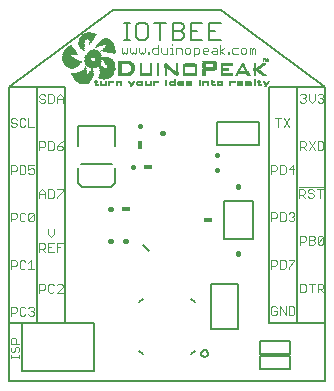
<source format=gto>
G75*
G70*
%OFA0B0*%
%FSLAX24Y24*%
%IPPOS*%
%LPD*%
%AMOC8*
5,1,8,0,0,1.08239X$1,22.5*
%
%ADD10C,0.0030*%
%ADD11C,0.0080*%
%ADD12C,0.0040*%
%ADD13C,0.0070*%
%ADD14C,0.0050*%
%ADD15C,0.0160*%
%ADD16R,0.0280X0.0160*%
%ADD17R,0.0048X0.0006*%
%ADD18R,0.0048X0.0006*%
%ADD19R,0.0042X0.0006*%
%ADD20R,0.0042X0.0006*%
%ADD21R,0.0042X0.0006*%
%ADD22R,0.0042X0.0006*%
%ADD23R,0.0090X0.0006*%
%ADD24R,0.0066X0.0006*%
%ADD25R,0.0048X0.0006*%
%ADD26R,0.0162X0.0006*%
%ADD27R,0.0054X0.0006*%
%ADD28R,0.0048X0.0006*%
%ADD29R,0.0156X0.0006*%
%ADD30R,0.0072X0.0006*%
%ADD31R,0.0108X0.0006*%
%ADD32R,0.0198X0.0006*%
%ADD33R,0.0054X0.0006*%
%ADD34R,0.0180X0.0006*%
%ADD35R,0.0192X0.0006*%
%ADD36R,0.0198X0.0006*%
%ADD37R,0.0108X0.0006*%
%ADD38R,0.0066X0.0006*%
%ADD39R,0.0192X0.0006*%
%ADD40R,0.0204X0.0006*%
%ADD41R,0.0084X0.0006*%
%ADD42R,0.0072X0.0006*%
%ADD43R,0.0078X0.0006*%
%ADD44R,0.0072X0.0006*%
%ADD45R,0.0036X0.0006*%
%ADD46R,0.0036X0.0006*%
%ADD47R,0.0036X0.0006*%
%ADD48R,0.0126X0.0006*%
%ADD49R,0.0228X0.0006*%
%ADD50R,0.0186X0.0006*%
%ADD51R,0.0198X0.0006*%
%ADD52R,0.0252X0.0006*%
%ADD53R,0.0306X0.0006*%
%ADD54R,0.0318X0.0006*%
%ADD55R,0.0342X0.0006*%
%ADD56R,0.0354X0.0006*%
%ADD57R,0.0384X0.0006*%
%ADD58R,0.0402X0.0006*%
%ADD59R,0.0420X0.0006*%
%ADD60R,0.0150X0.0006*%
%ADD61R,0.0432X0.0006*%
%ADD62R,0.0450X0.0006*%
%ADD63R,0.0150X0.0006*%
%ADD64R,0.0054X0.0006*%
%ADD65R,0.0060X0.0006*%
%ADD66R,0.0162X0.0006*%
%ADD67R,0.0462X0.0006*%
%ADD68R,0.0480X0.0006*%
%ADD69R,0.0486X0.0006*%
%ADD70R,0.0492X0.0006*%
%ADD71R,0.0504X0.0006*%
%ADD72R,0.0516X0.0006*%
%ADD73R,0.0534X0.0006*%
%ADD74R,0.0540X0.0006*%
%ADD75R,0.0552X0.0006*%
%ADD76R,0.0552X0.0006*%
%ADD77R,0.0564X0.0006*%
%ADD78R,0.0570X0.0006*%
%ADD79R,0.0576X0.0006*%
%ADD80R,0.0582X0.0006*%
%ADD81R,0.0006X0.0006*%
%ADD82R,0.0594X0.0006*%
%ADD83R,0.0084X0.0006*%
%ADD84R,0.0600X0.0006*%
%ADD85R,0.0612X0.0006*%
%ADD86R,0.0012X0.0006*%
%ADD87R,0.0246X0.0006*%
%ADD88R,0.0300X0.0006*%
%ADD89R,0.0618X0.0006*%
%ADD90R,0.0324X0.0006*%
%ADD91R,0.0624X0.0006*%
%ADD92R,0.0330X0.0006*%
%ADD93R,0.0630X0.0006*%
%ADD94R,0.0348X0.0006*%
%ADD95R,0.0360X0.0006*%
%ADD96R,0.0642X0.0006*%
%ADD97R,0.0378X0.0006*%
%ADD98R,0.0648X0.0006*%
%ADD99R,0.0396X0.0006*%
%ADD100R,0.0648X0.0006*%
%ADD101R,0.0396X0.0006*%
%ADD102R,0.0660X0.0006*%
%ADD103R,0.0408X0.0006*%
%ADD104R,0.0666X0.0006*%
%ADD105R,0.0414X0.0006*%
%ADD106R,0.0672X0.0006*%
%ADD107R,0.0672X0.0006*%
%ADD108R,0.0420X0.0006*%
%ADD109R,0.0678X0.0006*%
%ADD110R,0.0426X0.0006*%
%ADD111R,0.0312X0.0006*%
%ADD112R,0.0294X0.0006*%
%ADD113R,0.0084X0.0006*%
%ADD114R,0.0078X0.0006*%
%ADD115R,0.0102X0.0006*%
%ADD116R,0.0390X0.0006*%
%ADD117R,0.0096X0.0006*%
%ADD118R,0.0138X0.0006*%
%ADD119R,0.0684X0.0006*%
%ADD120R,0.0432X0.0006*%
%ADD121R,0.0354X0.0006*%
%ADD122R,0.0090X0.0006*%
%ADD123R,0.0138X0.0006*%
%ADD124R,0.0438X0.0006*%
%ADD125R,0.0696X0.0006*%
%ADD126R,0.0444X0.0006*%
%ADD127R,0.0408X0.0006*%
%ADD128R,0.0390X0.0006*%
%ADD129R,0.0084X0.0006*%
%ADD130R,0.0078X0.0006*%
%ADD131R,0.0432X0.0006*%
%ADD132R,0.0102X0.0006*%
%ADD133R,0.0096X0.0006*%
%ADD134R,0.0132X0.0006*%
%ADD135R,0.0696X0.0006*%
%ADD136R,0.0450X0.0006*%
%ADD137R,0.0438X0.0006*%
%ADD138R,0.0702X0.0006*%
%ADD139R,0.0444X0.0006*%
%ADD140R,0.0102X0.0006*%
%ADD141R,0.0708X0.0006*%
%ADD142R,0.0456X0.0006*%
%ADD143R,0.0114X0.0006*%
%ADD144R,0.0462X0.0006*%
%ADD145R,0.0096X0.0006*%
%ADD146R,0.0132X0.0006*%
%ADD147R,0.0708X0.0006*%
%ADD148R,0.0456X0.0006*%
%ADD149R,0.0456X0.0006*%
%ADD150R,0.0120X0.0006*%
%ADD151R,0.0462X0.0006*%
%ADD152R,0.0102X0.0006*%
%ADD153R,0.0138X0.0006*%
%ADD154R,0.0426X0.0006*%
%ADD155R,0.0468X0.0006*%
%ADD156R,0.0468X0.0006*%
%ADD157R,0.0132X0.0006*%
%ADD158R,0.0168X0.0006*%
%ADD159R,0.0474X0.0006*%
%ADD160R,0.0456X0.0006*%
%ADD161R,0.0162X0.0006*%
%ADD162R,0.0144X0.0006*%
%ADD163R,0.0444X0.0006*%
%ADD164R,0.0474X0.0006*%
%ADD165R,0.0486X0.0006*%
%ADD166R,0.0138X0.0006*%
%ADD167R,0.0144X0.0006*%
%ADD168R,0.0336X0.0006*%
%ADD169R,0.0498X0.0006*%
%ADD170R,0.0168X0.0006*%
%ADD171R,0.0330X0.0006*%
%ADD172R,0.0174X0.0006*%
%ADD173R,0.0288X0.0006*%
%ADD174R,0.0126X0.0006*%
%ADD175R,0.0486X0.0006*%
%ADD176R,0.0402X0.0006*%
%ADD177R,0.0132X0.0006*%
%ADD178R,0.0252X0.0006*%
%ADD179R,0.0120X0.0006*%
%ADD180R,0.0492X0.0006*%
%ADD181R,0.0240X0.0006*%
%ADD182R,0.0114X0.0006*%
%ADD183R,0.0228X0.0006*%
%ADD184R,0.0204X0.0006*%
%ADD185R,0.0126X0.0006*%
%ADD186R,0.0216X0.0006*%
%ADD187R,0.0378X0.0006*%
%ADD188R,0.0198X0.0006*%
%ADD189R,0.0492X0.0006*%
%ADD190R,0.0366X0.0006*%
%ADD191R,0.0366X0.0006*%
%ADD192R,0.0156X0.0006*%
%ADD193R,0.0348X0.0006*%
%ADD194R,0.0498X0.0006*%
%ADD195R,0.0108X0.0006*%
%ADD196R,0.0264X0.0006*%
%ADD197R,0.0222X0.0006*%
%ADD198R,0.0504X0.0006*%
%ADD199R,0.0264X0.0006*%
%ADD200R,0.0060X0.0006*%
%ADD201R,0.0510X0.0006*%
%ADD202R,0.0066X0.0006*%
%ADD203R,0.0054X0.0006*%
%ADD204R,0.0510X0.0006*%
%ADD205R,0.0108X0.0006*%
%ADD206R,0.0192X0.0006*%
%ADD207R,0.0288X0.0006*%
%ADD208R,0.0030X0.0006*%
%ADD209R,0.0180X0.0006*%
%ADD210R,0.0270X0.0006*%
%ADD211R,0.0480X0.0006*%
%ADD212R,0.0078X0.0006*%
%ADD213R,0.0114X0.0006*%
%ADD214R,0.0024X0.0006*%
%ADD215R,0.0174X0.0006*%
%ADD216R,0.0018X0.0006*%
%ADD217R,0.0210X0.0006*%
%ADD218R,0.0258X0.0006*%
%ADD219R,0.0234X0.0006*%
%ADD220R,0.0252X0.0006*%
%ADD221R,0.0012X0.0006*%
%ADD222R,0.0258X0.0006*%
%ADD223R,0.0270X0.0006*%
%ADD224R,0.0012X0.0006*%
%ADD225R,0.0282X0.0006*%
%ADD226R,0.0186X0.0006*%
%ADD227R,0.0312X0.0006*%
%ADD228R,0.0360X0.0006*%
%ADD229R,0.0276X0.0006*%
%ADD230R,0.0468X0.0006*%
%ADD231R,0.0282X0.0006*%
%ADD232R,0.0144X0.0006*%
%ADD233R,0.0474X0.0006*%
%ADD234R,0.0438X0.0006*%
%ADD235R,0.0126X0.0006*%
%ADD236R,0.0486X0.0006*%
%ADD237R,0.0528X0.0006*%
%ADD238R,0.0534X0.0006*%
%ADD239R,0.0516X0.0006*%
%ADD240R,0.0306X0.0006*%
%ADD241R,0.0492X0.0006*%
%ADD242R,0.0546X0.0006*%
%ADD243R,0.0522X0.0006*%
%ADD244R,0.0306X0.0006*%
%ADD245R,0.0534X0.0006*%
%ADD246R,0.0558X0.0006*%
%ADD247R,0.0570X0.0006*%
%ADD248R,0.0540X0.0006*%
%ADD249R,0.0318X0.0006*%
%ADD250R,0.0546X0.0006*%
%ADD251R,0.0324X0.0006*%
%ADD252R,0.0588X0.0006*%
%ADD253R,0.0600X0.0006*%
%ADD254R,0.0558X0.0006*%
%ADD255R,0.0324X0.0006*%
%ADD256R,0.0462X0.0006*%
%ADD257R,0.0612X0.0006*%
%ADD258R,0.0366X0.0006*%
%ADD259R,0.0588X0.0006*%
%ADD260R,0.0576X0.0006*%
%ADD261R,0.0246X0.0006*%
%ADD262R,0.0234X0.0006*%
%ADD263R,0.0006X0.0006*%
%ADD264R,0.0552X0.0006*%
%ADD265R,0.0222X0.0006*%
%ADD266R,0.0234X0.0006*%
%ADD267R,0.0024X0.0006*%
%ADD268R,0.0336X0.0006*%
%ADD269R,0.0504X0.0006*%
%ADD270R,0.0228X0.0006*%
%ADD271R,0.0216X0.0006*%
%ADD272R,0.0336X0.0006*%
%ADD273R,0.0498X0.0006*%
%ADD274R,0.0228X0.0006*%
%ADD275R,0.0030X0.0006*%
%ADD276R,0.0222X0.0006*%
%ADD277R,0.0024X0.0006*%
%ADD278R,0.0396X0.0006*%
%ADD279R,0.0384X0.0006*%
%ADD280R,0.0498X0.0006*%
%ADD281R,0.0372X0.0006*%
%ADD282R,0.0318X0.0006*%
%ADD283R,0.0306X0.0006*%
%ADD284R,0.0534X0.0006*%
%ADD285R,0.0528X0.0006*%
%ADD286R,0.0522X0.0006*%
%ADD287R,0.0282X0.0006*%
%ADD288R,0.0300X0.0006*%
%ADD289R,0.0024X0.0006*%
%ADD290R,0.0186X0.0006*%
%ADD291R,0.0216X0.0006*%
%ADD292R,0.0414X0.0006*%
%ADD293R,0.0012X0.0006*%
%ADD294R,0.0240X0.0006*%
%ADD295R,0.0408X0.0006*%
%ADD296R,0.0276X0.0006*%
%ADD297R,0.0378X0.0006*%
%ADD298R,0.0372X0.0006*%
%ADD299R,0.0342X0.0006*%
%ADD300R,0.0018X0.0006*%
%ADD301R,0.0342X0.0006*%
%ADD302R,0.0438X0.0006*%
%ADD303R,0.0402X0.0006*%
%ADD304R,0.0366X0.0006*%
%ADD305R,0.0174X0.0006*%
%ADD306R,0.0324X0.0006*%
%ADD307R,0.0156X0.0006*%
%ADD308R,0.0294X0.0006*%
%ADD309R,0.0162X0.0006*%
%ADD310R,0.0288X0.0006*%
%ADD311R,0.0186X0.0006*%
%ADD312R,0.0258X0.0006*%
%ADD313R,0.0264X0.0006*%
%ADD314R,0.0522X0.0006*%
%ADD315R,0.0204X0.0006*%
%ADD316R,0.0432X0.0006*%
%ADD317R,0.0216X0.0006*%
%ADD318R,0.0222X0.0006*%
%ADD319R,0.0156X0.0006*%
%ADD320R,0.0168X0.0006*%
%ADD321R,0.0468X0.0006*%
%ADD322R,0.0258X0.0006*%
%ADD323R,0.0160X0.0280*%
D10*
X003057Y002628D02*
X003057Y002724D01*
X003057Y002676D02*
X003348Y002676D01*
X003348Y002628D02*
X003348Y002724D01*
X003299Y002824D02*
X003348Y002872D01*
X003348Y002969D01*
X003299Y003017D01*
X003251Y003017D01*
X003202Y002969D01*
X003202Y002872D01*
X003154Y002824D01*
X003106Y002824D01*
X003057Y002872D01*
X003057Y002969D01*
X003106Y003017D01*
X003057Y003119D02*
X003057Y003264D01*
X003106Y003312D01*
X003202Y003312D01*
X003251Y003264D01*
X003251Y003119D01*
X003348Y003119D02*
X003057Y003119D01*
X003065Y004053D02*
X003065Y004343D01*
X003210Y004343D01*
X003258Y004294D01*
X003258Y004198D01*
X003210Y004149D01*
X003065Y004149D01*
X003360Y004101D02*
X003408Y004053D01*
X003505Y004053D01*
X003553Y004101D01*
X003654Y004101D02*
X003703Y004053D01*
X003799Y004053D01*
X003848Y004101D01*
X003848Y004149D01*
X003799Y004198D01*
X003751Y004198D01*
X003799Y004198D02*
X003848Y004246D01*
X003848Y004294D01*
X003799Y004343D01*
X003703Y004343D01*
X003654Y004294D01*
X003553Y004294D02*
X003505Y004343D01*
X003408Y004343D01*
X003360Y004294D01*
X003360Y004101D01*
X004015Y004815D02*
X004015Y005105D01*
X004160Y005105D01*
X004208Y005057D01*
X004208Y004960D01*
X004160Y004912D01*
X004015Y004912D01*
X004310Y004863D02*
X004358Y004815D01*
X004455Y004815D01*
X004503Y004863D01*
X004604Y004815D02*
X004798Y005008D01*
X004798Y005057D01*
X004749Y005105D01*
X004653Y005105D01*
X004604Y005057D01*
X004503Y005057D02*
X004455Y005105D01*
X004358Y005105D01*
X004310Y005057D01*
X004310Y004863D01*
X004604Y004815D02*
X004798Y004815D01*
X003848Y005603D02*
X003654Y005603D01*
X003751Y005603D02*
X003751Y005893D01*
X003654Y005796D01*
X003553Y005844D02*
X003505Y005893D01*
X003408Y005893D01*
X003360Y005844D01*
X003360Y005651D01*
X003408Y005603D01*
X003505Y005603D01*
X003553Y005651D01*
X003258Y005748D02*
X003210Y005699D01*
X003065Y005699D01*
X003065Y005603D02*
X003065Y005893D01*
X003210Y005893D01*
X003258Y005844D01*
X003258Y005748D01*
X004015Y006178D02*
X004015Y006468D01*
X004160Y006468D01*
X004208Y006419D01*
X004208Y006323D01*
X004160Y006274D01*
X004015Y006274D01*
X004112Y006274D02*
X004208Y006178D01*
X004310Y006178D02*
X004503Y006178D01*
X004604Y006178D02*
X004604Y006468D01*
X004798Y006468D01*
X004701Y006323D02*
X004604Y006323D01*
X004503Y006468D02*
X004310Y006468D01*
X004310Y006178D01*
X004310Y006323D02*
X004406Y006323D01*
X004406Y006658D02*
X004310Y006754D01*
X004310Y006948D01*
X004503Y006948D02*
X004503Y006754D01*
X004406Y006658D01*
X003848Y007238D02*
X003799Y007190D01*
X003703Y007190D01*
X003654Y007238D01*
X003848Y007432D01*
X003848Y007238D01*
X003654Y007238D02*
X003654Y007432D01*
X003703Y007480D01*
X003799Y007480D01*
X003848Y007432D01*
X003553Y007432D02*
X003505Y007480D01*
X003408Y007480D01*
X003360Y007432D01*
X003360Y007238D01*
X003408Y007190D01*
X003505Y007190D01*
X003553Y007238D01*
X003258Y007335D02*
X003210Y007287D01*
X003065Y007287D01*
X003065Y007190D02*
X003065Y007480D01*
X003210Y007480D01*
X003258Y007432D01*
X003258Y007335D01*
X004015Y007965D02*
X004015Y008158D01*
X004112Y008255D01*
X004208Y008158D01*
X004208Y007965D01*
X004310Y007965D02*
X004455Y007965D01*
X004503Y008013D01*
X004503Y008207D01*
X004455Y008255D01*
X004310Y008255D01*
X004310Y007965D01*
X004208Y008110D02*
X004015Y008110D01*
X004604Y008013D02*
X004604Y007965D01*
X004604Y008013D02*
X004798Y008207D01*
X004798Y008255D01*
X004604Y008255D01*
X003848Y008813D02*
X003799Y008765D01*
X003703Y008765D01*
X003654Y008813D01*
X003654Y008910D02*
X003751Y008958D01*
X003799Y008958D01*
X003848Y008910D01*
X003848Y008813D01*
X003654Y008910D02*
X003654Y009055D01*
X003848Y009055D01*
X003553Y009007D02*
X003553Y008813D01*
X003505Y008765D01*
X003360Y008765D01*
X003360Y009055D01*
X003505Y009055D01*
X003553Y009007D01*
X003258Y009007D02*
X003258Y008910D01*
X003210Y008862D01*
X003065Y008862D01*
X003065Y008765D02*
X003065Y009055D01*
X003210Y009055D01*
X003258Y009007D01*
X004015Y009565D02*
X004015Y009855D01*
X004160Y009855D01*
X004208Y009807D01*
X004208Y009710D01*
X004160Y009662D01*
X004015Y009662D01*
X004310Y009565D02*
X004455Y009565D01*
X004503Y009613D01*
X004503Y009807D01*
X004455Y009855D01*
X004310Y009855D01*
X004310Y009565D01*
X004604Y009613D02*
X004653Y009565D01*
X004749Y009565D01*
X004798Y009613D01*
X004798Y009662D01*
X004749Y009710D01*
X004604Y009710D01*
X004604Y009613D01*
X004604Y009710D02*
X004701Y009807D01*
X004798Y009855D01*
X003848Y010340D02*
X003654Y010340D01*
X003654Y010630D01*
X003553Y010582D02*
X003505Y010630D01*
X003408Y010630D01*
X003360Y010582D01*
X003360Y010388D01*
X003408Y010340D01*
X003505Y010340D01*
X003553Y010388D01*
X003258Y010388D02*
X003210Y010340D01*
X003113Y010340D01*
X003065Y010388D01*
X003113Y010485D02*
X003065Y010533D01*
X003065Y010582D01*
X003113Y010630D01*
X003210Y010630D01*
X003258Y010582D01*
X003210Y010485D02*
X003258Y010437D01*
X003258Y010388D01*
X003210Y010485D02*
X003113Y010485D01*
X004015Y011188D02*
X004063Y011140D01*
X004160Y011140D01*
X004208Y011188D01*
X004208Y011237D01*
X004160Y011285D01*
X004063Y011285D01*
X004015Y011333D01*
X004015Y011382D01*
X004063Y011430D01*
X004160Y011430D01*
X004208Y011382D01*
X004310Y011430D02*
X004455Y011430D01*
X004503Y011382D01*
X004503Y011188D01*
X004455Y011140D01*
X004310Y011140D01*
X004310Y011430D01*
X004604Y011333D02*
X004604Y011140D01*
X004604Y011285D02*
X004798Y011285D01*
X004798Y011333D02*
X004798Y011140D01*
X004798Y011333D02*
X004701Y011430D01*
X004604Y011333D01*
X011740Y009068D02*
X011740Y008778D01*
X011740Y008874D02*
X011885Y008874D01*
X011933Y008923D01*
X011933Y009019D01*
X011885Y009068D01*
X011740Y009068D01*
X012035Y009068D02*
X012035Y008778D01*
X012180Y008778D01*
X012228Y008826D01*
X012228Y009019D01*
X012180Y009068D01*
X012035Y009068D01*
X012329Y008923D02*
X012523Y008923D01*
X012474Y008778D02*
X012474Y009068D01*
X012329Y008923D01*
X012663Y008328D02*
X013546Y008328D01*
X013460Y008268D02*
X013267Y008268D01*
X013364Y008268D02*
X013364Y007978D01*
X013166Y008026D02*
X013166Y008074D01*
X013117Y008123D01*
X013021Y008123D01*
X012972Y008171D01*
X012972Y008219D01*
X013021Y008268D01*
X013117Y008268D01*
X013166Y008219D01*
X013166Y008026D02*
X013117Y007978D01*
X013021Y007978D01*
X012972Y008026D01*
X012871Y007978D02*
X012774Y008074D01*
X012823Y008074D02*
X012678Y008074D01*
X012678Y007978D02*
X012678Y008268D01*
X012823Y008268D01*
X012871Y008219D01*
X012871Y008123D01*
X012823Y008074D01*
X012474Y007493D02*
X012378Y007493D01*
X012329Y007444D01*
X012228Y007444D02*
X012228Y007251D01*
X012180Y007203D01*
X012035Y007203D01*
X012035Y007493D01*
X012180Y007493D01*
X012228Y007444D01*
X012329Y007251D02*
X012378Y007203D01*
X012474Y007203D01*
X012523Y007251D01*
X012523Y007299D01*
X012474Y007348D01*
X012426Y007348D01*
X012474Y007348D02*
X012523Y007396D01*
X012523Y007444D01*
X012474Y007493D01*
X011933Y007444D02*
X011933Y007348D01*
X011885Y007299D01*
X011740Y007299D01*
X011740Y007203D02*
X011740Y007493D01*
X011885Y007493D01*
X011933Y007444D01*
X012703Y006705D02*
X012848Y006705D01*
X012896Y006657D01*
X012896Y006560D01*
X012848Y006512D01*
X012703Y006512D01*
X012703Y006415D02*
X012703Y006705D01*
X012997Y006705D02*
X012997Y006415D01*
X013142Y006415D01*
X013191Y006463D01*
X013191Y006512D01*
X013142Y006560D01*
X012997Y006560D01*
X012997Y006705D02*
X013142Y006705D01*
X013191Y006657D01*
X013191Y006608D01*
X013142Y006560D01*
X013292Y006463D02*
X013485Y006657D01*
X013485Y006463D01*
X013437Y006415D01*
X013340Y006415D01*
X013292Y006463D01*
X013292Y006657D01*
X013340Y006705D01*
X013437Y006705D01*
X013485Y006657D01*
X012523Y005905D02*
X012523Y005857D01*
X012329Y005663D01*
X012329Y005615D01*
X012228Y005663D02*
X012228Y005857D01*
X012180Y005905D01*
X012035Y005905D01*
X012035Y005615D01*
X012180Y005615D01*
X012228Y005663D01*
X012329Y005905D02*
X012523Y005905D01*
X011933Y005857D02*
X011933Y005760D01*
X011885Y005712D01*
X011740Y005712D01*
X011740Y005615D02*
X011740Y005905D01*
X011885Y005905D01*
X011933Y005857D01*
X012703Y005118D02*
X012848Y005118D01*
X012896Y005069D01*
X012896Y004876D01*
X012848Y004828D01*
X012703Y004828D01*
X012703Y005118D01*
X012997Y005118D02*
X013191Y005118D01*
X013094Y005118D02*
X013094Y004828D01*
X013292Y004828D02*
X013292Y005118D01*
X013437Y005118D01*
X013485Y005069D01*
X013485Y004973D01*
X013437Y004924D01*
X013292Y004924D01*
X013389Y004924D02*
X013485Y004828D01*
X012523Y004307D02*
X012523Y004113D01*
X012474Y004065D01*
X012329Y004065D01*
X012329Y004355D01*
X012474Y004355D01*
X012523Y004307D01*
X012228Y004355D02*
X012228Y004065D01*
X012035Y004355D01*
X012035Y004065D01*
X011933Y004113D02*
X011933Y004210D01*
X011837Y004210D01*
X011933Y004113D02*
X011885Y004065D01*
X011788Y004065D01*
X011740Y004113D01*
X011740Y004307D01*
X011788Y004355D01*
X011885Y004355D01*
X011933Y004307D01*
X012703Y009578D02*
X012703Y009868D01*
X012848Y009868D01*
X012896Y009819D01*
X012896Y009723D01*
X012848Y009674D01*
X012703Y009674D01*
X012799Y009674D02*
X012896Y009578D01*
X012997Y009578D02*
X013191Y009868D01*
X013292Y009868D02*
X013437Y009868D01*
X013485Y009819D01*
X013485Y009626D01*
X013437Y009578D01*
X013292Y009578D01*
X013292Y009868D01*
X012997Y009868D02*
X013191Y009578D01*
X012353Y010340D02*
X012160Y010630D01*
X012058Y010630D02*
X011865Y010630D01*
X011962Y010630D02*
X011962Y010340D01*
X012160Y010340D02*
X012353Y010630D01*
X012751Y011153D02*
X012703Y011201D01*
X012751Y011153D02*
X012848Y011153D01*
X012896Y011201D01*
X012896Y011249D01*
X012848Y011298D01*
X012799Y011298D01*
X012848Y011298D02*
X012896Y011346D01*
X012896Y011394D01*
X012848Y011443D01*
X012751Y011443D01*
X012703Y011394D01*
X012997Y011443D02*
X012997Y011249D01*
X013094Y011153D01*
X013191Y011249D01*
X013191Y011443D01*
X013292Y011394D02*
X013340Y011443D01*
X013437Y011443D01*
X013485Y011394D01*
X013485Y011346D01*
X013437Y011298D01*
X013485Y011249D01*
X013485Y011201D01*
X013437Y011153D01*
X013340Y011153D01*
X013292Y011201D01*
X013389Y011298D02*
X013437Y011298D01*
D11*
X010063Y013240D02*
X009676Y013240D01*
X009676Y013820D01*
X010063Y013820D01*
X009870Y013530D02*
X009676Y013530D01*
X009455Y013240D02*
X009068Y013240D01*
X009068Y013820D01*
X009455Y013820D01*
X009262Y013530D02*
X009068Y013530D01*
X008848Y013433D02*
X008848Y013337D01*
X008751Y013240D01*
X008461Y013240D01*
X008461Y013820D01*
X008751Y013820D01*
X008848Y013724D01*
X008848Y013627D01*
X008751Y013530D01*
X008461Y013530D01*
X008751Y013530D02*
X008848Y013433D01*
X008240Y013820D02*
X007853Y013820D01*
X008046Y013820D02*
X008046Y013240D01*
X007632Y013337D02*
X007632Y013724D01*
X007535Y013820D01*
X007342Y013820D01*
X007245Y013724D01*
X007245Y013337D01*
X007342Y013240D01*
X007535Y013240D01*
X007632Y013337D01*
X007033Y013240D02*
X006840Y013240D01*
X006937Y013240D02*
X006937Y013820D01*
X007033Y013820D02*
X006840Y013820D01*
X006535Y010374D02*
X005295Y010374D01*
X005295Y009704D01*
X005419Y009110D02*
X006441Y009110D01*
X006535Y008956D02*
X006535Y008484D01*
X006535Y008956D01*
X006535Y008484D02*
X006417Y008326D01*
X005453Y008326D01*
X005315Y008484D01*
X005315Y008956D01*
X006535Y009704D02*
X006535Y010374D01*
X007488Y006397D02*
X007684Y006200D01*
D12*
X007688Y012783D02*
X007641Y012783D01*
X007641Y012829D01*
X007688Y012829D01*
X007688Y012783D01*
X007789Y012829D02*
X007789Y012923D01*
X007835Y012969D01*
X007976Y012969D01*
X007976Y013063D02*
X007976Y012783D01*
X007835Y012783D01*
X007789Y012829D01*
X007534Y012829D02*
X007487Y012783D01*
X007440Y012829D01*
X007394Y012783D01*
X007347Y012829D01*
X007347Y012969D01*
X007239Y012969D02*
X007239Y012829D01*
X007192Y012783D01*
X007146Y012829D01*
X007099Y012783D01*
X007052Y012829D01*
X007052Y012969D01*
X006944Y012969D02*
X006944Y012829D01*
X006898Y012783D01*
X006851Y012829D01*
X006804Y012783D01*
X006758Y012829D01*
X006758Y012969D01*
X007534Y012969D02*
X007534Y012829D01*
X008083Y012829D02*
X008130Y012783D01*
X008270Y012783D01*
X008270Y012969D01*
X008378Y012969D02*
X008425Y012969D01*
X008425Y012783D01*
X008471Y012783D02*
X008378Y012783D01*
X008083Y012829D02*
X008083Y012969D01*
X008425Y013063D02*
X008425Y013109D01*
X008575Y012969D02*
X008715Y012969D01*
X008761Y012923D01*
X008761Y012783D01*
X008869Y012829D02*
X008916Y012783D01*
X009009Y012783D01*
X009056Y012829D01*
X009056Y012923D01*
X009009Y012969D01*
X008916Y012969D01*
X008869Y012923D01*
X008869Y012829D01*
X009164Y012783D02*
X009304Y012783D01*
X009351Y012829D01*
X009351Y012923D01*
X009304Y012969D01*
X009164Y012969D01*
X009164Y012689D01*
X009458Y012829D02*
X009458Y012923D01*
X009505Y012969D01*
X009599Y012969D01*
X009645Y012923D01*
X009645Y012876D01*
X009458Y012876D01*
X009458Y012829D02*
X009505Y012783D01*
X009599Y012783D01*
X009753Y012829D02*
X009800Y012876D01*
X009940Y012876D01*
X009940Y012923D02*
X009940Y012783D01*
X009800Y012783D01*
X009753Y012829D01*
X009800Y012969D02*
X009893Y012969D01*
X009940Y012923D01*
X010048Y012876D02*
X010188Y012969D01*
X010048Y012876D02*
X010188Y012783D01*
X010293Y012783D02*
X010293Y012829D01*
X010340Y012829D01*
X010340Y012783D01*
X010293Y012783D01*
X010441Y012829D02*
X010487Y012783D01*
X010627Y012783D01*
X010735Y012829D02*
X010782Y012783D01*
X010875Y012783D01*
X010922Y012829D01*
X010922Y012923D01*
X010875Y012969D01*
X010782Y012969D01*
X010735Y012923D01*
X010735Y012829D01*
X010627Y012969D02*
X010487Y012969D01*
X010441Y012923D01*
X010441Y012829D01*
X010048Y012783D02*
X010048Y013063D01*
X011030Y012969D02*
X011030Y012783D01*
X011123Y012783D02*
X011123Y012923D01*
X011170Y012969D01*
X011217Y012923D01*
X011217Y012783D01*
X011123Y012923D02*
X011077Y012969D01*
X011030Y012969D01*
X008575Y012969D02*
X008575Y012783D01*
D13*
X009082Y004613D02*
X009200Y004495D01*
X009200Y002880D02*
X009082Y002762D01*
X007468Y002762D02*
X007350Y002880D01*
X007350Y004495D02*
X007468Y004613D01*
D14*
X002998Y001873D02*
X002998Y011673D01*
X002997Y011672D02*
X006461Y014243D01*
X010084Y014243D01*
X013548Y011672D01*
X012603Y011672D01*
X012603Y003798D01*
X013548Y003798D01*
X013548Y003385D01*
X012603Y003798D02*
X011658Y003798D01*
X011658Y011278D01*
X011658Y011672D01*
X012603Y011672D01*
X013548Y011673D02*
X013548Y001873D01*
X002998Y001873D01*
X003433Y002188D02*
X003433Y003788D01*
X005833Y003788D01*
X005833Y002188D01*
X003433Y002188D01*
X002997Y003385D02*
X002997Y003798D01*
X003942Y003798D01*
X003942Y011672D01*
X002997Y011672D01*
X003942Y011672D02*
X004887Y011672D01*
X004887Y011278D01*
X004887Y003798D01*
X003942Y003798D01*
X009413Y002788D02*
X009415Y002809D01*
X009421Y002828D01*
X009430Y002847D01*
X009442Y002863D01*
X009458Y002877D01*
X009475Y002888D01*
X009494Y002896D01*
X009515Y002900D01*
X009535Y002900D01*
X009556Y002896D01*
X009575Y002888D01*
X009592Y002877D01*
X009608Y002863D01*
X009620Y002847D01*
X009629Y002828D01*
X009635Y002809D01*
X009637Y002788D01*
X009635Y002767D01*
X009629Y002748D01*
X009620Y002729D01*
X009608Y002713D01*
X009592Y002699D01*
X009575Y002688D01*
X009556Y002680D01*
X009535Y002676D01*
X009515Y002676D01*
X009494Y002680D01*
X009475Y002688D01*
X009458Y002699D01*
X009442Y002713D01*
X009430Y002729D01*
X009421Y002748D01*
X009415Y002767D01*
X009413Y002788D01*
X009725Y003588D02*
X010625Y003588D01*
X010625Y005088D01*
X009725Y005088D01*
X009725Y003588D01*
X011375Y003213D02*
X011375Y002763D01*
X012375Y002763D01*
X012375Y003213D01*
X011375Y003213D01*
X011375Y002713D02*
X012375Y002713D01*
X012375Y002263D01*
X011375Y002263D01*
X011375Y002713D01*
X011142Y006608D02*
X010158Y006608D01*
X010158Y007867D01*
X011142Y007867D01*
X011142Y006608D01*
X011350Y009750D02*
X009950Y009750D01*
X009950Y010500D01*
X011350Y010500D01*
X011350Y009750D01*
D15*
X010650Y008375D02*
X010650Y008350D01*
X009925Y008888D02*
X009925Y008912D01*
X009925Y009388D02*
X009925Y009412D01*
X008125Y010138D02*
X008100Y010138D01*
X007388Y010363D02*
X007388Y010387D01*
X007150Y009000D02*
X007125Y009000D01*
X006412Y007613D02*
X006388Y007613D01*
X006388Y006525D02*
X006412Y006525D01*
X006888Y006525D02*
X006912Y006525D01*
X010650Y006125D02*
X010650Y006100D01*
D16*
X009650Y007238D03*
X007625Y009000D03*
X006900Y007613D03*
D17*
X007064Y011656D03*
X007088Y011692D03*
X007154Y011788D03*
X007171Y011818D03*
X007178Y011824D03*
X007021Y011818D03*
X008371Y011794D03*
X008371Y011788D03*
X008371Y011782D03*
X008371Y011776D03*
X008371Y011764D03*
X008371Y011758D03*
X008371Y011752D03*
X008371Y011746D03*
X008528Y011746D03*
X008528Y011752D03*
X008528Y011758D03*
X008528Y011764D03*
X008528Y011776D03*
X008528Y011782D03*
X008528Y011788D03*
X008528Y011794D03*
X008528Y011806D03*
X008528Y011812D03*
X008528Y011836D03*
X008528Y011842D03*
X008528Y011848D03*
X008528Y011854D03*
X008528Y011866D03*
X008528Y011872D03*
X008528Y011878D03*
X008528Y011884D03*
X008528Y011896D03*
X008528Y011902D03*
X008528Y011908D03*
X008528Y011734D03*
X009361Y011734D03*
X009361Y011728D03*
X009361Y011722D03*
X009361Y011716D03*
X009361Y011746D03*
X009361Y011752D03*
X009361Y011758D03*
X009361Y011764D03*
X009361Y011776D03*
X009361Y011782D03*
X009361Y011788D03*
X009361Y011794D03*
X009361Y011806D03*
X009361Y011812D03*
X009361Y011818D03*
X009361Y011824D03*
X009361Y011866D03*
X009361Y011872D03*
X009361Y011878D03*
X009361Y011884D03*
X011198Y011884D03*
X011198Y011878D03*
X011198Y011872D03*
X011198Y011866D03*
X011198Y011854D03*
X011198Y011848D03*
X011198Y011842D03*
X011198Y011836D03*
X011198Y011824D03*
X011198Y011818D03*
X011198Y011812D03*
X011198Y011806D03*
X011198Y011794D03*
X011198Y011788D03*
X011198Y011782D03*
X011198Y011776D03*
X011198Y011764D03*
X011198Y011758D03*
X011198Y011752D03*
X011198Y011746D03*
X011198Y011734D03*
X011198Y011728D03*
X011198Y011722D03*
X011198Y011716D03*
X011198Y011896D03*
X011198Y011902D03*
X011198Y011908D03*
X011498Y011824D03*
X011504Y011818D03*
X011648Y011806D03*
X011654Y011818D03*
X011558Y011674D03*
X011551Y011662D03*
X005551Y012256D03*
D18*
X005785Y012256D03*
X005785Y012262D03*
X005785Y012268D03*
X005785Y012274D03*
X005485Y012898D03*
X005719Y013132D03*
X005935Y012994D03*
X007015Y011824D03*
X007165Y011806D03*
X007075Y011674D03*
X007069Y011662D03*
X008245Y011716D03*
X008245Y011722D03*
X008245Y011728D03*
X008245Y011734D03*
X008245Y011746D03*
X008245Y011752D03*
X008245Y011758D03*
X008245Y011764D03*
X008245Y011776D03*
X008245Y011782D03*
X008245Y011788D03*
X008245Y011794D03*
X008245Y011806D03*
X008245Y011812D03*
X008245Y011818D03*
X008245Y011824D03*
X008245Y011866D03*
X008245Y011872D03*
X008245Y011878D03*
X008245Y011884D03*
X008935Y011812D03*
X008935Y011806D03*
X008929Y011758D03*
X008929Y011752D03*
X008929Y011746D03*
X008929Y011734D03*
X008929Y011728D03*
X009085Y011734D03*
X009085Y011746D03*
X009085Y011752D03*
X009085Y011758D03*
X009085Y011782D03*
X009085Y011788D03*
X009085Y011794D03*
X009085Y011806D03*
X009085Y011812D03*
X010909Y011758D03*
X010909Y011752D03*
X010909Y011746D03*
X010909Y011734D03*
X010909Y011728D03*
X010915Y011806D03*
X010915Y011812D03*
X011065Y011812D03*
X011065Y011806D03*
X011065Y011794D03*
X011065Y011788D03*
X011065Y011782D03*
X011065Y011758D03*
X011065Y011752D03*
X011065Y011746D03*
X011065Y011734D03*
X011545Y011656D03*
X011569Y011692D03*
X011635Y011788D03*
X011659Y011824D03*
D19*
X011639Y011794D03*
X011633Y011782D03*
X011626Y011776D03*
X011609Y011746D03*
X011579Y011704D03*
X011573Y011698D03*
X011566Y011686D03*
X011549Y011746D03*
X011543Y011758D03*
X011536Y011764D03*
X011519Y011794D03*
X011513Y011806D03*
X011506Y011812D03*
X010786Y011812D03*
X010786Y011806D03*
X010786Y011794D03*
X010786Y011788D03*
X010786Y011746D03*
X010786Y011734D03*
X010786Y011728D03*
X010636Y011728D03*
X010636Y011734D03*
X010636Y011746D03*
X010636Y011752D03*
X010636Y011758D03*
X010636Y011764D03*
X010636Y011788D03*
X010636Y011794D03*
X010636Y011806D03*
X010636Y011812D03*
X010529Y011812D03*
X010529Y011806D03*
X010529Y011794D03*
X009646Y011794D03*
X009646Y011788D03*
X009646Y011782D03*
X009646Y011776D03*
X009646Y011764D03*
X009646Y011758D03*
X009646Y011752D03*
X009646Y011746D03*
X009646Y011734D03*
X009646Y011728D03*
X009646Y011722D03*
X009646Y011716D03*
X009646Y011806D03*
X009646Y011812D03*
X008806Y011812D03*
X008806Y011806D03*
X008806Y011794D03*
X008806Y011788D03*
X008806Y011746D03*
X008806Y011734D03*
X008806Y011728D03*
X008656Y011728D03*
X008656Y011734D03*
X008656Y011746D03*
X008656Y011752D03*
X008656Y011758D03*
X008656Y011764D03*
X008656Y011788D03*
X008656Y011794D03*
X008656Y011806D03*
X008656Y011812D03*
X007853Y011806D03*
X007853Y011794D03*
X007853Y011788D03*
X007853Y011782D03*
X007853Y011776D03*
X007853Y011764D03*
X007853Y011758D03*
X007853Y011752D03*
X007853Y011746D03*
X007853Y011734D03*
X007853Y011728D03*
X007853Y011722D03*
X007853Y011716D03*
X007726Y011734D03*
X007726Y011746D03*
X007726Y011752D03*
X007726Y011758D03*
X007726Y011764D03*
X007726Y011776D03*
X007726Y011782D03*
X007726Y011788D03*
X007726Y011794D03*
X007726Y011806D03*
X007726Y011812D03*
X007726Y011818D03*
X007726Y011824D03*
X007289Y011812D03*
X007289Y011806D03*
X007289Y011794D03*
X007289Y011788D03*
X007289Y011782D03*
X007289Y011776D03*
X007289Y011764D03*
X007289Y011758D03*
X007289Y011752D03*
X007289Y011746D03*
X007289Y011734D03*
X007289Y011728D03*
X007169Y011812D03*
X007156Y011794D03*
X007139Y011764D03*
X007133Y011758D03*
X007126Y011746D03*
X007096Y011704D03*
X007073Y011668D03*
X007066Y011746D03*
X007049Y011776D03*
X007043Y011782D03*
X007043Y011788D03*
X007036Y011794D03*
X006599Y011794D03*
X006599Y011788D03*
X006599Y011782D03*
X006599Y011776D03*
X006599Y011764D03*
X006599Y011758D03*
X006599Y011752D03*
X006599Y011746D03*
X006599Y011734D03*
X006599Y011728D03*
X006599Y011722D03*
X006599Y011716D03*
X006599Y011806D03*
X006353Y011806D03*
X006353Y011794D03*
X006353Y011788D03*
X006353Y011782D03*
X006353Y011776D03*
X006353Y011764D03*
X006353Y011758D03*
X006353Y011752D03*
X006353Y011746D03*
X006353Y011734D03*
X006353Y011728D03*
X006353Y011722D03*
X006353Y011716D03*
X006226Y011734D03*
X006226Y011746D03*
X006226Y011752D03*
X006226Y011758D03*
X006226Y011764D03*
X006226Y011776D03*
X006226Y011782D03*
X006226Y011788D03*
X006226Y011794D03*
X006226Y011806D03*
X006226Y011812D03*
X006226Y011818D03*
X006226Y011824D03*
X005903Y011836D03*
X005903Y011842D03*
X005903Y011848D03*
X005903Y011854D03*
X005903Y011866D03*
X005903Y011872D03*
X005903Y011812D03*
X005903Y011806D03*
X005903Y011794D03*
X005903Y011788D03*
X005903Y011782D03*
X005903Y011776D03*
X005903Y011764D03*
X005903Y011758D03*
X005903Y011752D03*
X005903Y011746D03*
X005903Y011734D03*
X005903Y011728D03*
X005489Y012892D03*
X005716Y013126D03*
X005926Y012988D03*
D20*
X005920Y012982D03*
X005554Y012268D03*
X005554Y012262D03*
X006070Y011824D03*
X006070Y011818D03*
X006070Y011812D03*
X006070Y011806D03*
X006070Y011794D03*
X006070Y011788D03*
X006070Y011782D03*
X006070Y011776D03*
X006070Y011764D03*
X006070Y011758D03*
X006070Y011752D03*
X006070Y011746D03*
X006070Y011734D03*
X006070Y011728D03*
X006490Y011794D03*
X006490Y011806D03*
X006490Y011812D03*
X006754Y011812D03*
X006754Y011806D03*
X006754Y011794D03*
X006754Y011788D03*
X006754Y011782D03*
X006754Y011776D03*
X006754Y011764D03*
X006754Y011758D03*
X006754Y011752D03*
X006754Y011746D03*
X006754Y011734D03*
X006754Y011728D03*
X006754Y011722D03*
X006754Y011716D03*
X007024Y011812D03*
X007030Y011806D03*
X007054Y011764D03*
X007060Y011758D03*
X007090Y011698D03*
X007084Y011686D03*
X007144Y011776D03*
X007150Y011782D03*
X007444Y011782D03*
X007444Y011788D03*
X007444Y011794D03*
X007444Y011806D03*
X007444Y011812D03*
X007444Y011776D03*
X007444Y011764D03*
X007444Y011758D03*
X007444Y011752D03*
X007444Y011746D03*
X007444Y011734D03*
X007444Y011728D03*
X007570Y011728D03*
X007570Y011734D03*
X007570Y011746D03*
X007570Y011752D03*
X007570Y011758D03*
X007570Y011764D03*
X007570Y011776D03*
X007570Y011782D03*
X007570Y011788D03*
X007570Y011794D03*
X007570Y011806D03*
X007570Y011812D03*
X007570Y011818D03*
X007570Y011824D03*
X007990Y011812D03*
X007990Y011806D03*
X007990Y011794D03*
X008374Y011806D03*
X008374Y011734D03*
X009490Y011734D03*
X009490Y011728D03*
X009490Y011722D03*
X009490Y011716D03*
X009490Y011746D03*
X009490Y011752D03*
X009490Y011758D03*
X009490Y011764D03*
X009490Y011776D03*
X009490Y011782D03*
X009490Y011788D03*
X009490Y011794D03*
X009490Y011806D03*
X009790Y011806D03*
X009790Y011812D03*
X009790Y011794D03*
X009790Y011788D03*
X009790Y011782D03*
X009790Y011776D03*
X009790Y011764D03*
X009790Y011758D03*
X009790Y011752D03*
X009790Y011746D03*
X009790Y011734D03*
X009790Y011728D03*
X009790Y011836D03*
X009790Y011842D03*
X009790Y011848D03*
X009790Y011854D03*
X009790Y011866D03*
X009790Y011872D03*
X009964Y011812D03*
X009964Y011806D03*
X009964Y011794D03*
X009964Y011788D03*
X009964Y011782D03*
X009964Y011776D03*
X009964Y011764D03*
X009964Y011758D03*
X009964Y011752D03*
X009964Y011746D03*
X009964Y011734D03*
X009964Y011728D03*
X010120Y011728D03*
X010120Y011734D03*
X010120Y011746D03*
X010120Y011752D03*
X010120Y011758D03*
X010120Y011764D03*
X010120Y011776D03*
X010120Y011782D03*
X010120Y011788D03*
X010120Y011794D03*
X010120Y011806D03*
X010120Y011812D03*
X010390Y011806D03*
X010390Y011794D03*
X010390Y011788D03*
X010390Y011782D03*
X010390Y011776D03*
X010390Y011764D03*
X010390Y011758D03*
X010390Y011752D03*
X010390Y011746D03*
X010390Y011734D03*
X010390Y011728D03*
X010390Y011722D03*
X010390Y011716D03*
X011344Y011728D03*
X011344Y011734D03*
X011344Y011746D03*
X011344Y011752D03*
X011344Y011758D03*
X011344Y011764D03*
X011344Y011776D03*
X011344Y011782D03*
X011344Y011788D03*
X011344Y011794D03*
X011344Y011806D03*
X011344Y011812D03*
X011344Y011836D03*
X011344Y011842D03*
X011344Y011848D03*
X011344Y011854D03*
X011344Y011866D03*
X011344Y011872D03*
X011524Y011788D03*
X011524Y011782D03*
X011530Y011776D03*
X011614Y011758D03*
X011620Y011764D03*
X011650Y011812D03*
X011554Y011668D03*
D21*
X011536Y011770D03*
X011626Y011770D03*
X011663Y011830D03*
X010786Y011800D03*
X010786Y011740D03*
X010636Y011740D03*
X010636Y011800D03*
X010529Y011800D03*
X009646Y011800D03*
X009646Y011770D03*
X009646Y011740D03*
X009646Y011710D03*
X008806Y011740D03*
X008806Y011800D03*
X008656Y011800D03*
X008656Y011740D03*
X007853Y011740D03*
X007853Y011770D03*
X007853Y011800D03*
X007853Y011830D03*
X007853Y011710D03*
X007726Y011710D03*
X007726Y011740D03*
X007726Y011770D03*
X007726Y011800D03*
X007726Y011830D03*
X007289Y011800D03*
X007289Y011770D03*
X007289Y011740D03*
X007163Y011800D03*
X007079Y011680D03*
X006599Y011710D03*
X006599Y011740D03*
X006599Y011770D03*
X006599Y011800D03*
X006599Y011830D03*
X006353Y011830D03*
X006353Y011800D03*
X006353Y011770D03*
X006353Y011740D03*
X006353Y011710D03*
X006226Y011710D03*
X006226Y011740D03*
X006226Y011770D03*
X006226Y011800D03*
X006226Y011830D03*
X005903Y011800D03*
X005903Y011770D03*
X005903Y011740D03*
X005903Y011860D03*
D22*
X006070Y011830D03*
X006070Y011800D03*
X006070Y011770D03*
X006070Y011740D03*
X006490Y011800D03*
X006754Y011800D03*
X006754Y011770D03*
X006754Y011740D03*
X006754Y011710D03*
X007054Y011770D03*
X007144Y011770D03*
X007180Y011830D03*
X007444Y011800D03*
X007444Y011770D03*
X007444Y011740D03*
X007570Y011740D03*
X007570Y011770D03*
X007570Y011800D03*
X007570Y011830D03*
X007990Y011800D03*
X009490Y011800D03*
X009490Y011770D03*
X009490Y011740D03*
X009490Y011710D03*
X009490Y011830D03*
X009790Y011800D03*
X009790Y011770D03*
X009790Y011740D03*
X009790Y011860D03*
X009964Y011800D03*
X009964Y011770D03*
X009964Y011740D03*
X010120Y011740D03*
X010120Y011770D03*
X010120Y011800D03*
X010390Y011800D03*
X010390Y011770D03*
X010390Y011740D03*
X010390Y011710D03*
X010390Y011830D03*
X011344Y011800D03*
X011344Y011770D03*
X011344Y011740D03*
X011344Y011860D03*
X011560Y011680D03*
X011644Y011800D03*
X005074Y013030D03*
D23*
X005530Y012220D03*
X005945Y011710D03*
X006509Y012790D03*
X008243Y012400D03*
X008849Y012340D03*
X008849Y012310D03*
X008849Y012280D03*
X008849Y012250D03*
X008849Y012220D03*
X008849Y012190D03*
X008849Y012160D03*
X008849Y012130D03*
X008849Y012100D03*
X009233Y012130D03*
X009233Y012160D03*
X009233Y012190D03*
X009233Y012220D03*
X009233Y012250D03*
X009233Y012280D03*
X009233Y012310D03*
X009233Y012340D03*
X009833Y011710D03*
X010595Y012040D03*
X010613Y012070D03*
X010889Y012250D03*
X010876Y012280D03*
X010859Y012310D03*
X010906Y012220D03*
X011386Y011710D03*
D24*
X007600Y011710D03*
X006100Y011710D03*
X005776Y012220D03*
D25*
X007015Y011830D03*
X007099Y011710D03*
X008245Y011710D03*
X008245Y011740D03*
X008245Y011770D03*
X008245Y011800D03*
X008245Y011830D03*
X008929Y011740D03*
X008935Y011800D03*
X009085Y011800D03*
X009085Y011740D03*
X009085Y011710D03*
X010909Y011740D03*
X010915Y011800D03*
X011065Y011800D03*
X011065Y011740D03*
X011065Y011710D03*
X011515Y011800D03*
D26*
X010043Y011830D03*
X010043Y011710D03*
X007366Y011710D03*
X007366Y011830D03*
D27*
X008423Y011710D03*
X005783Y012250D03*
D28*
X005551Y012250D03*
X007034Y011800D03*
X008371Y011800D03*
X008371Y011770D03*
X008371Y011740D03*
X008528Y011740D03*
X008528Y011770D03*
X008528Y011800D03*
X008528Y011860D03*
X008528Y011890D03*
X008528Y011710D03*
X009361Y011710D03*
X009361Y011740D03*
X009361Y011770D03*
X009361Y011800D03*
X009361Y011830D03*
X011198Y011830D03*
X011198Y011860D03*
X011198Y011890D03*
X011198Y011800D03*
X011198Y011770D03*
X011198Y011740D03*
X011198Y011710D03*
X011498Y011830D03*
X011581Y011710D03*
D29*
X010711Y011710D03*
X010711Y011830D03*
X008731Y011830D03*
X008731Y011710D03*
X008473Y011830D03*
X008275Y012340D03*
D30*
X008959Y011710D03*
X010939Y011710D03*
D31*
X009889Y012316D03*
X009889Y012322D03*
X009889Y012328D03*
X009889Y012334D03*
X009889Y012346D03*
X009889Y012352D03*
X009889Y012358D03*
X009889Y012364D03*
X009889Y012376D03*
X009889Y012382D03*
X009889Y012388D03*
X009889Y012394D03*
X009889Y012406D03*
X009889Y012412D03*
X009889Y012418D03*
X007135Y012316D03*
X007135Y012304D03*
X007135Y012298D03*
X007135Y012292D03*
X007135Y012286D03*
X007135Y012274D03*
X007135Y012268D03*
X007135Y012262D03*
X007135Y012256D03*
X007135Y012244D03*
X007135Y012238D03*
X007135Y012232D03*
X007129Y012214D03*
X007129Y012208D03*
X007129Y012202D03*
X007129Y012334D03*
X007129Y012346D03*
X006085Y012316D03*
X005755Y012154D03*
X005755Y012148D03*
X005935Y011722D03*
X005935Y011716D03*
X005455Y012946D03*
D32*
X005806Y012298D03*
X006136Y012274D03*
X006676Y011824D03*
X006676Y011818D03*
X007049Y012118D03*
X007366Y011824D03*
X007366Y011818D03*
X007366Y011722D03*
X007366Y011716D03*
X007649Y011716D03*
X007649Y011722D03*
X008296Y012304D03*
X008549Y012142D03*
X009569Y011824D03*
X009569Y011818D03*
X010043Y011818D03*
X010043Y011824D03*
X010043Y011722D03*
X010043Y011716D03*
X006149Y011716D03*
X006149Y011722D03*
D33*
X007096Y011716D03*
X008380Y011728D03*
X008380Y011812D03*
X011578Y011716D03*
D34*
X011245Y012232D03*
X011245Y012238D03*
X011245Y012244D03*
X011000Y011776D03*
X010460Y011818D03*
X010460Y011824D03*
X009020Y011776D03*
X008558Y012124D03*
X008461Y011824D03*
X008461Y011716D03*
X007921Y011818D03*
X007921Y011824D03*
X008288Y012322D03*
X006421Y011824D03*
X006421Y011818D03*
X006031Y013054D03*
X005731Y013246D03*
X005425Y013048D03*
X005425Y013042D03*
D35*
X005828Y012874D03*
X006164Y011926D03*
X008551Y012136D03*
X008731Y011824D03*
X008731Y011818D03*
X008731Y011782D03*
X008731Y011776D03*
X008731Y011722D03*
X008731Y011716D03*
X009008Y011824D03*
X010711Y011824D03*
X010711Y011818D03*
X010711Y011782D03*
X010711Y011776D03*
X010711Y011722D03*
X010711Y011716D03*
X010988Y011824D03*
X011251Y012226D03*
D36*
X011254Y012256D03*
X010990Y011818D03*
X010990Y011716D03*
X009010Y011716D03*
X009010Y011818D03*
D37*
X008594Y012058D03*
X008251Y012382D03*
X007124Y012358D03*
X007124Y012352D03*
X005504Y011758D03*
X009824Y011722D03*
X009824Y011716D03*
X011378Y011716D03*
X011378Y011722D03*
D38*
X011578Y011722D03*
X008614Y012022D03*
X008518Y011728D03*
X008230Y012418D03*
X007096Y011722D03*
D39*
X008455Y011722D03*
X008455Y011818D03*
X005479Y012166D03*
X005425Y013072D03*
X005425Y013078D03*
X005425Y013084D03*
X005035Y012964D03*
D40*
X009008Y011764D03*
X009008Y011722D03*
X010988Y011722D03*
X010988Y011764D03*
X011258Y012214D03*
X011258Y012262D03*
D41*
X011515Y012586D03*
X011515Y012592D03*
X010861Y012304D03*
X010855Y012316D03*
X010849Y012328D03*
X010843Y012346D03*
X010705Y012256D03*
X010699Y012244D03*
X010693Y012232D03*
X010681Y012208D03*
X010681Y012202D03*
X010675Y012196D03*
X010669Y012184D03*
X010621Y012088D03*
X010615Y012076D03*
X010603Y012058D03*
X010591Y012034D03*
X010585Y012022D03*
X010111Y012106D03*
X010111Y012112D03*
X010111Y012118D03*
X010111Y012124D03*
X010111Y012136D03*
X010111Y012142D03*
X010111Y012148D03*
X010111Y012154D03*
X010111Y012166D03*
X010111Y012172D03*
X010111Y012178D03*
X010111Y012184D03*
X010111Y012196D03*
X010111Y012274D03*
X010111Y012286D03*
X010111Y012292D03*
X010111Y012298D03*
X010111Y012304D03*
X010111Y012316D03*
X010111Y012322D03*
X010111Y012328D03*
X010111Y012334D03*
X010111Y012346D03*
X010111Y012352D03*
X009511Y011812D03*
X009229Y012346D03*
X008239Y012406D03*
X007735Y012406D03*
X007735Y012412D03*
X007735Y012418D03*
X007735Y012424D03*
X007735Y012394D03*
X007735Y012388D03*
X007735Y012382D03*
X007735Y012376D03*
X007735Y012364D03*
X007735Y012358D03*
X007735Y012352D03*
X007735Y012346D03*
X007735Y012334D03*
X007735Y012328D03*
X007735Y012322D03*
X007735Y012316D03*
X007735Y012304D03*
X007735Y012298D03*
X007735Y012292D03*
X007735Y012286D03*
X007735Y012274D03*
X007735Y012268D03*
X007735Y012262D03*
X007735Y012256D03*
X007735Y012244D03*
X007735Y012238D03*
X007735Y012232D03*
X007735Y012226D03*
X007735Y012214D03*
X007735Y012208D03*
X007735Y012202D03*
X007735Y012196D03*
X007735Y012184D03*
X007735Y012178D03*
X007735Y012172D03*
X007735Y012166D03*
X007735Y012154D03*
X007735Y012148D03*
X007735Y012142D03*
X007735Y012136D03*
X007735Y012124D03*
X007735Y012118D03*
X007735Y012112D03*
X007735Y012106D03*
X007393Y012106D03*
X007393Y012112D03*
X007393Y012118D03*
X007393Y012124D03*
X007393Y012136D03*
X007393Y012142D03*
X007393Y012148D03*
X007393Y012154D03*
X007393Y012166D03*
X007393Y012172D03*
X007393Y012178D03*
X007393Y012184D03*
X007393Y012196D03*
X007393Y012202D03*
X007393Y012208D03*
X007393Y012214D03*
X007393Y012226D03*
X007393Y012232D03*
X007393Y012238D03*
X007393Y012244D03*
X007393Y012256D03*
X007393Y012262D03*
X007393Y012268D03*
X007393Y012274D03*
X007393Y012286D03*
X007393Y012292D03*
X007393Y012298D03*
X007393Y012304D03*
X007393Y012316D03*
X007393Y012322D03*
X007393Y012328D03*
X007393Y012334D03*
X007393Y012346D03*
X007393Y012352D03*
X007393Y012358D03*
X007393Y012364D03*
X007393Y012376D03*
X007393Y012382D03*
X007393Y012388D03*
X007393Y012394D03*
X007393Y012406D03*
X007393Y012412D03*
X007393Y012418D03*
X007393Y012424D03*
X007705Y011728D03*
X006619Y011812D03*
X006205Y011728D03*
X006073Y012334D03*
X005533Y012226D03*
X005269Y012742D03*
X005059Y013018D03*
X005731Y013174D03*
X005731Y013186D03*
D42*
X005725Y013162D03*
X005539Y012238D03*
X007099Y011728D03*
X010405Y011812D03*
D43*
X010690Y012226D03*
X010714Y012268D03*
X010714Y012274D03*
X010720Y012286D03*
X010744Y012328D03*
X010744Y012334D03*
X010750Y012346D03*
X011050Y011728D03*
X009070Y011728D03*
X005770Y012202D03*
X005770Y012208D03*
X005824Y012892D03*
D44*
X005954Y013006D03*
X005474Y012916D03*
X006061Y012346D03*
X005774Y012214D03*
X006368Y011812D03*
X006511Y012784D03*
X007868Y011812D03*
X008234Y012412D03*
X008611Y012028D03*
X011581Y011728D03*
D45*
X011599Y011734D03*
X011611Y011752D03*
X011545Y011752D03*
X007129Y011752D03*
X007075Y011734D03*
X007063Y011752D03*
X005491Y012886D03*
X005701Y013462D03*
D46*
X005558Y012274D03*
X007118Y011734D03*
X011558Y011734D03*
X011618Y012544D03*
X011588Y012568D03*
D47*
X011605Y011740D03*
X011551Y011740D03*
X007123Y011740D03*
X007069Y011740D03*
X005089Y012280D03*
D48*
X005500Y011764D03*
X005446Y012964D03*
X005734Y013216D03*
X005998Y013036D03*
X008344Y012292D03*
X008350Y012286D03*
X008398Y012244D03*
X008584Y012076D03*
X010798Y012382D03*
X010798Y012388D03*
X011398Y012334D03*
X011428Y012358D03*
X011470Y012388D03*
X011476Y012394D03*
X011494Y012406D03*
X011500Y012412D03*
X011506Y012418D03*
X011518Y012424D03*
D49*
X005498Y011770D03*
D50*
X006040Y013060D03*
X008554Y012130D03*
X008728Y011770D03*
X010708Y011770D03*
D51*
X010990Y011770D03*
X011254Y012220D03*
X009010Y011770D03*
X006250Y013240D03*
D52*
X006374Y013054D03*
X005648Y012514D03*
X005504Y011776D03*
D53*
X005500Y011782D03*
X005434Y012124D03*
X004930Y012664D03*
X005026Y012898D03*
X006376Y012994D03*
X006376Y012442D03*
D54*
X006280Y012568D03*
X006370Y012976D03*
X004954Y012742D03*
X005500Y011788D03*
D55*
X005500Y011794D03*
X006364Y012958D03*
X009040Y012424D03*
X009040Y012022D03*
D56*
X005836Y012820D03*
X005494Y011800D03*
D57*
X005491Y011806D03*
X005401Y012106D03*
X005809Y012346D03*
X006193Y011974D03*
X004969Y012616D03*
X005695Y013414D03*
X010801Y012148D03*
D58*
X007564Y012046D03*
X006850Y012496D03*
X005494Y011812D03*
D59*
X005491Y011818D03*
X005114Y012364D03*
X005000Y012586D03*
X005834Y012784D03*
X006025Y012646D03*
X006338Y012898D03*
X006235Y013156D03*
X006230Y012016D03*
X006218Y012004D03*
X006860Y012046D03*
X010801Y012112D03*
D60*
X010799Y012364D03*
X011356Y011824D03*
X011356Y011818D03*
X009803Y011818D03*
X009803Y011824D03*
X008273Y012346D03*
X007079Y012418D03*
X006106Y012292D03*
X005915Y011824D03*
X005915Y011818D03*
X005500Y012184D03*
X005440Y012994D03*
X005735Y013228D03*
X005045Y012988D03*
D61*
X005834Y012778D03*
X006331Y012886D03*
X005491Y011824D03*
X009674Y012508D03*
D62*
X005830Y012760D03*
X005489Y011830D03*
D63*
X005735Y012100D03*
X005915Y011830D03*
X007079Y012130D03*
X008573Y012100D03*
X009803Y011830D03*
X011356Y011830D03*
D64*
X010504Y011830D03*
X007966Y011830D03*
X006466Y011830D03*
D65*
X006728Y011830D03*
X005785Y012280D03*
X005480Y012910D03*
X005725Y013150D03*
X005941Y013000D03*
X009620Y011830D03*
D66*
X009010Y011830D03*
X010990Y011830D03*
X005830Y012880D03*
D67*
X005819Y012382D03*
X006263Y012076D03*
X005489Y011836D03*
X005026Y012568D03*
X009689Y012238D03*
D68*
X009698Y012268D03*
X009698Y012274D03*
X009698Y012286D03*
X009698Y012292D03*
X009698Y012436D03*
X009698Y012442D03*
X009698Y012448D03*
X009698Y012454D03*
X006890Y012448D03*
X006890Y012094D03*
X006271Y012106D03*
X006271Y012112D03*
X005834Y012364D03*
X005828Y012736D03*
X005828Y012742D03*
X005594Y013264D03*
X005600Y013276D03*
X005605Y013282D03*
X005611Y013288D03*
X005618Y013294D03*
X005624Y013312D03*
X005648Y013342D03*
X005654Y013348D03*
X005660Y013354D03*
X005041Y012772D03*
X005041Y012766D03*
X005035Y012562D03*
X005485Y011842D03*
D69*
X005488Y011848D03*
X005836Y012358D03*
X005848Y012352D03*
X006118Y012616D03*
X006280Y012154D03*
X006280Y012148D03*
X006280Y012142D03*
X006268Y012124D03*
X006268Y012118D03*
X005620Y013306D03*
X005626Y013318D03*
X005644Y013336D03*
D70*
X006235Y013108D03*
X006895Y012436D03*
X006895Y012106D03*
X005485Y011854D03*
X005119Y012406D03*
D71*
X005485Y011860D03*
X006289Y012220D03*
D72*
X006139Y012598D03*
X005353Y012088D03*
X005485Y011866D03*
X005119Y012418D03*
D73*
X005483Y011872D03*
D74*
X005480Y011878D03*
X005815Y012664D03*
D75*
X005809Y012472D03*
X005479Y011884D03*
X005119Y012442D03*
D76*
X005479Y011890D03*
D77*
X005479Y011896D03*
X005119Y012454D03*
D78*
X005123Y012466D03*
X005476Y011902D03*
D79*
X005479Y011908D03*
D80*
X005476Y011914D03*
X005123Y012472D03*
D81*
X005014Y012292D03*
X005710Y013084D03*
X005650Y013462D03*
X006196Y011914D03*
D82*
X005476Y011920D03*
D83*
X006169Y011920D03*
X007393Y012100D03*
X007393Y012130D03*
X007393Y012160D03*
X007393Y012190D03*
X007393Y012220D03*
X007393Y012250D03*
X007393Y012280D03*
X007393Y012310D03*
X007393Y012340D03*
X007393Y012370D03*
X007393Y012400D03*
X007735Y012400D03*
X007735Y012370D03*
X007735Y012340D03*
X007735Y012310D03*
X007735Y012280D03*
X007735Y012250D03*
X007735Y012220D03*
X007735Y012190D03*
X007735Y012160D03*
X007735Y012130D03*
X007735Y012100D03*
X008605Y012040D03*
X009229Y012100D03*
X010111Y012100D03*
X010111Y012130D03*
X010111Y012160D03*
X010111Y012190D03*
X010111Y012280D03*
X010111Y012310D03*
X010111Y012340D03*
X010675Y012190D03*
X010843Y012340D03*
X005731Y013180D03*
D84*
X005125Y012484D03*
X005474Y011926D03*
D85*
X005474Y011932D03*
X005474Y011938D03*
D86*
X005575Y012304D03*
X005089Y012274D03*
X006025Y011932D03*
X011515Y012526D03*
X011515Y012532D03*
X011515Y012538D03*
X011515Y012544D03*
X011515Y012556D03*
X011515Y012562D03*
X011515Y012568D03*
X011515Y012574D03*
X011575Y012562D03*
X011575Y012556D03*
X011575Y012544D03*
X011575Y012538D03*
X011575Y012532D03*
X011575Y012526D03*
X011599Y012562D03*
X011635Y012562D03*
X011635Y012556D03*
X011659Y012556D03*
X011659Y012562D03*
X011659Y012544D03*
X011659Y012538D03*
X011659Y012532D03*
X011659Y012526D03*
D87*
X006166Y011932D03*
X005836Y012862D03*
D88*
X005834Y012844D03*
X006385Y012424D03*
X006385Y012418D03*
X006158Y011938D03*
X005108Y012322D03*
X004928Y012676D03*
D89*
X005470Y011944D03*
D90*
X006158Y011944D03*
X006248Y013204D03*
D91*
X005473Y011950D03*
D92*
X006160Y011950D03*
X006329Y012520D03*
D93*
X005470Y011962D03*
X005470Y011956D03*
D94*
X006175Y011956D03*
D95*
X006181Y011962D03*
X006830Y012028D03*
D96*
X005470Y011974D03*
X005470Y011968D03*
D97*
X005110Y012346D03*
X006190Y011968D03*
X007564Y012034D03*
D98*
X005468Y011980D03*
D99*
X006199Y011980D03*
D100*
X005468Y011986D03*
D101*
X006205Y011986D03*
X005833Y012796D03*
X006349Y012922D03*
X005029Y012832D03*
X010801Y012136D03*
D102*
X005468Y011992D03*
D103*
X005114Y012358D03*
X004994Y012592D03*
X006211Y011992D03*
X007568Y012052D03*
X009661Y012214D03*
X009661Y012514D03*
X010801Y012124D03*
D104*
X005464Y011998D03*
D105*
X006214Y011998D03*
X006358Y012844D03*
X006340Y012904D03*
X007564Y012064D03*
X007564Y012058D03*
X009040Y012034D03*
X009040Y012412D03*
X010798Y012118D03*
D106*
X005461Y012004D03*
D107*
X005461Y012010D03*
D108*
X006224Y012010D03*
X006860Y012490D03*
X006344Y012850D03*
X007568Y012070D03*
D109*
X005459Y012022D03*
X005459Y012016D03*
D110*
X006233Y012022D03*
X005033Y012808D03*
X005033Y012814D03*
D111*
X006805Y012022D03*
D112*
X006400Y012394D03*
X006388Y012412D03*
X007564Y012022D03*
X005026Y012904D03*
X004924Y012694D03*
X004924Y012688D03*
X004924Y012682D03*
D113*
X005468Y012922D03*
X005768Y012196D03*
X007988Y012196D03*
X007988Y012202D03*
X007988Y012208D03*
X007988Y012214D03*
X007988Y012226D03*
X007988Y012232D03*
X007988Y012238D03*
X007988Y012244D03*
X007988Y012256D03*
X007988Y012262D03*
X007988Y012268D03*
X007988Y012274D03*
X007988Y012286D03*
X007988Y012292D03*
X007988Y012298D03*
X007988Y012304D03*
X007988Y012316D03*
X007988Y012322D03*
X007988Y012328D03*
X007988Y012334D03*
X007988Y012346D03*
X007988Y012352D03*
X007988Y012358D03*
X007988Y012364D03*
X007988Y012376D03*
X007988Y012382D03*
X007988Y012388D03*
X007988Y012394D03*
X007988Y012406D03*
X007988Y012412D03*
X007988Y012418D03*
X007988Y012424D03*
X007988Y012184D03*
X007988Y012178D03*
X007988Y012172D03*
X007988Y012166D03*
X007988Y012154D03*
X007988Y012148D03*
X007988Y012142D03*
X007988Y012136D03*
X007988Y012124D03*
X007988Y012118D03*
X007988Y012112D03*
X007988Y012106D03*
X007988Y012094D03*
X007988Y012088D03*
X007988Y012082D03*
X007988Y012076D03*
X007988Y012064D03*
X007988Y012058D03*
X007988Y012052D03*
X007988Y012046D03*
X007988Y012034D03*
X007988Y012028D03*
X007988Y012022D03*
X010598Y012046D03*
X010688Y012214D03*
X011198Y012196D03*
X011198Y012184D03*
X011198Y012178D03*
X011198Y012172D03*
X011198Y012166D03*
X011198Y012154D03*
X011198Y012148D03*
X011198Y012142D03*
X011198Y012136D03*
X011198Y012124D03*
X011198Y012118D03*
X011198Y012112D03*
X011198Y012106D03*
X011198Y012094D03*
X011198Y012088D03*
X011198Y012082D03*
X011198Y012076D03*
X011198Y012064D03*
X011198Y012058D03*
X011198Y012052D03*
X011198Y012046D03*
X011198Y012034D03*
X011198Y012028D03*
X011198Y012022D03*
X011198Y012268D03*
X011198Y012274D03*
X011198Y012286D03*
X011198Y012292D03*
X011198Y012298D03*
X011198Y012304D03*
X011198Y012316D03*
X011198Y012322D03*
X011198Y012328D03*
X011198Y012334D03*
X011198Y012346D03*
X011198Y012352D03*
X011198Y012358D03*
X011198Y012364D03*
X011198Y012376D03*
X011198Y012382D03*
X011198Y012388D03*
X011198Y012394D03*
X011198Y012406D03*
X011198Y012412D03*
X011198Y012418D03*
X011198Y012424D03*
D114*
X010739Y012322D03*
X010739Y012316D03*
X010733Y012304D03*
X010726Y012298D03*
X010726Y012292D03*
X010709Y012262D03*
X010696Y012238D03*
X008609Y012238D03*
X008609Y012232D03*
X008609Y012226D03*
X008609Y012214D03*
X008609Y012208D03*
X008609Y012202D03*
X008609Y012196D03*
X008609Y012184D03*
X008609Y012178D03*
X008609Y012172D03*
X008609Y012166D03*
X008609Y012244D03*
X008609Y012256D03*
X008609Y012262D03*
X008609Y012268D03*
X008609Y012274D03*
X008609Y012286D03*
X008609Y012292D03*
X008609Y012298D03*
X008609Y012304D03*
X008609Y012316D03*
X008609Y012322D03*
X008609Y012328D03*
X008609Y012334D03*
X008609Y012346D03*
X008609Y012352D03*
X008609Y012358D03*
X008609Y012364D03*
X008609Y012376D03*
X008609Y012382D03*
X008609Y012388D03*
X008609Y012394D03*
X008609Y012406D03*
X008609Y012412D03*
X008609Y012418D03*
X008609Y012424D03*
X008236Y012292D03*
X008236Y012286D03*
X008236Y012274D03*
X008236Y012268D03*
X008236Y012262D03*
X008236Y012256D03*
X008236Y012244D03*
X008236Y012238D03*
X008236Y012232D03*
X008236Y012226D03*
X008236Y012214D03*
X008236Y012208D03*
X008236Y012202D03*
X008236Y012196D03*
X008236Y012184D03*
X008236Y012178D03*
X008236Y012172D03*
X008236Y012166D03*
X008236Y012154D03*
X008236Y012148D03*
X008236Y012142D03*
X008236Y012136D03*
X008236Y012124D03*
X008236Y012118D03*
X008236Y012112D03*
X008236Y012106D03*
X008236Y012094D03*
X008236Y012088D03*
X008236Y012082D03*
X008236Y012076D03*
X008236Y012064D03*
X008236Y012058D03*
X008236Y012052D03*
X008236Y012046D03*
X008236Y012034D03*
X008236Y012028D03*
X008236Y012022D03*
X008609Y012034D03*
X005729Y013168D03*
X005536Y012232D03*
D115*
X006083Y012322D03*
X007133Y012322D03*
X007133Y012328D03*
X007133Y012226D03*
X008249Y012388D03*
X009509Y012388D03*
X009509Y012394D03*
X009509Y012406D03*
X009509Y012412D03*
X009509Y012418D03*
X009509Y012424D03*
X009509Y012382D03*
X009509Y012376D03*
X009509Y012364D03*
X009509Y012358D03*
X009509Y012352D03*
X009509Y012346D03*
X009509Y012334D03*
X009509Y012328D03*
X009509Y012322D03*
X009509Y012316D03*
X009509Y012304D03*
X009509Y012298D03*
X009509Y012208D03*
X009509Y012202D03*
X009509Y012196D03*
X009509Y012184D03*
X009509Y012178D03*
X009509Y012172D03*
X009509Y012166D03*
X009509Y012154D03*
X009509Y012148D03*
X009509Y012142D03*
X009509Y012136D03*
X009509Y012124D03*
X009509Y012118D03*
X009509Y012112D03*
X009509Y012106D03*
X009509Y012094D03*
X009509Y012088D03*
X009509Y012082D03*
X009509Y012076D03*
X009509Y012064D03*
X009509Y012058D03*
X009509Y012052D03*
X009509Y012046D03*
X009509Y012034D03*
X009509Y012028D03*
X009509Y012022D03*
X010799Y012406D03*
X010799Y012412D03*
X010996Y012046D03*
X005056Y013006D03*
D116*
X005026Y012844D03*
X005026Y012838D03*
X004979Y012604D03*
X005110Y012352D03*
X005836Y012802D03*
X006239Y013168D03*
X006845Y012502D03*
X006845Y012034D03*
X009040Y012028D03*
X009040Y012418D03*
X010265Y012418D03*
X010265Y012424D03*
X010265Y012412D03*
X010265Y012406D03*
X010265Y012394D03*
X010265Y012388D03*
X010265Y012382D03*
X010265Y012376D03*
X010265Y012364D03*
X010265Y012358D03*
X010265Y012094D03*
X010265Y012088D03*
X010265Y012082D03*
X010265Y012076D03*
X010265Y012064D03*
X010265Y012058D03*
X010265Y012052D03*
X010265Y012046D03*
X010265Y012034D03*
X010265Y012028D03*
X010265Y012022D03*
X010799Y012142D03*
D117*
X010915Y012202D03*
X010909Y012214D03*
X010903Y012226D03*
X010969Y012094D03*
X010975Y012088D03*
X010975Y012082D03*
X010981Y012076D03*
X010993Y012052D03*
X011005Y012034D03*
X011005Y012028D03*
X011011Y012022D03*
X008599Y012052D03*
X008245Y012394D03*
X005971Y013018D03*
X005461Y012934D03*
X005059Y013012D03*
X005761Y012172D03*
X005761Y012166D03*
D118*
X005099Y012292D03*
X008266Y012358D03*
X008579Y012088D03*
X010799Y012376D03*
X011356Y012166D03*
X011386Y012142D03*
X011416Y012118D03*
X011446Y012094D03*
X011506Y012046D03*
X011536Y012022D03*
D119*
X005461Y012028D03*
X005461Y012034D03*
D120*
X006235Y012028D03*
X006865Y012052D03*
X006865Y012484D03*
D121*
X006358Y012946D03*
X006244Y013186D03*
X005806Y012334D03*
X005026Y012862D03*
X007564Y012028D03*
X010798Y012172D03*
D122*
X010895Y012238D03*
X010895Y012244D03*
X010900Y012232D03*
X010889Y012256D03*
X010883Y012262D03*
X010883Y012268D03*
X010876Y012274D03*
X010870Y012286D03*
X010870Y012292D03*
X010865Y012298D03*
X010853Y012322D03*
X010846Y012334D03*
X010799Y012418D03*
X010799Y012424D03*
X010913Y012208D03*
X010919Y012196D03*
X010925Y012184D03*
X010625Y012094D03*
X010619Y012082D03*
X010606Y012064D03*
X010600Y012052D03*
X010589Y012028D03*
X009233Y012106D03*
X009233Y012112D03*
X009233Y012118D03*
X009233Y012124D03*
X009233Y012136D03*
X009233Y012142D03*
X009233Y012148D03*
X009233Y012154D03*
X009233Y012166D03*
X009233Y012172D03*
X009233Y012178D03*
X009233Y012184D03*
X009233Y012196D03*
X009233Y012202D03*
X009233Y012208D03*
X009233Y012214D03*
X009233Y012226D03*
X009233Y012232D03*
X009233Y012238D03*
X009233Y012244D03*
X009233Y012256D03*
X009233Y012262D03*
X009233Y012268D03*
X009233Y012274D03*
X009233Y012286D03*
X009233Y012292D03*
X009233Y012298D03*
X009233Y012304D03*
X009233Y012316D03*
X009233Y012322D03*
X009233Y012328D03*
X009233Y012334D03*
X008849Y012334D03*
X008849Y012328D03*
X008849Y012322D03*
X008849Y012316D03*
X008849Y012304D03*
X008849Y012298D03*
X008849Y012292D03*
X008849Y012286D03*
X008849Y012274D03*
X008849Y012268D03*
X008849Y012262D03*
X008849Y012256D03*
X008849Y012244D03*
X008849Y012238D03*
X008849Y012232D03*
X008849Y012226D03*
X008849Y012214D03*
X008849Y012208D03*
X008849Y012202D03*
X008849Y012196D03*
X008849Y012184D03*
X008849Y012178D03*
X008849Y012172D03*
X008849Y012166D03*
X008849Y012154D03*
X008849Y012148D03*
X008849Y012142D03*
X008849Y012136D03*
X008849Y012124D03*
X008849Y012118D03*
X008849Y012112D03*
X008849Y012106D03*
X008849Y012346D03*
X008603Y012046D03*
X006076Y012328D03*
X005789Y012286D03*
X005765Y012184D03*
X005765Y012178D03*
X005465Y012928D03*
X005963Y013012D03*
X005680Y013456D03*
D123*
X005734Y013222D03*
X005440Y012988D03*
X005050Y012994D03*
X005740Y012112D03*
X006100Y012298D03*
X007084Y012412D03*
X011410Y012124D03*
X011470Y012076D03*
X011494Y012058D03*
X011500Y012052D03*
X011524Y012034D03*
X011530Y012028D03*
D124*
X006239Y012034D03*
X005033Y012796D03*
X005033Y012802D03*
X005699Y013408D03*
D125*
X005461Y012040D03*
D126*
X005011Y012580D03*
X006241Y012040D03*
D127*
X006854Y012040D03*
X006344Y012910D03*
X005834Y012790D03*
D128*
X007565Y012040D03*
X010265Y012040D03*
X010265Y012070D03*
X010265Y012370D03*
X010265Y012400D03*
D129*
X010688Y012220D03*
X010628Y012100D03*
X011198Y012100D03*
X011198Y012130D03*
X011198Y012160D03*
X011198Y012190D03*
X011198Y012280D03*
X011198Y012310D03*
X011198Y012340D03*
X011198Y012370D03*
X011198Y012400D03*
X011198Y012070D03*
X011198Y012040D03*
X007988Y012040D03*
X007988Y012070D03*
X007988Y012100D03*
X007988Y012130D03*
X007988Y012160D03*
X007988Y012190D03*
X007988Y012220D03*
X007988Y012250D03*
X007988Y012280D03*
X007988Y012310D03*
X007988Y012340D03*
X007988Y012370D03*
X007988Y012400D03*
X005768Y012190D03*
D130*
X008236Y012190D03*
X008236Y012220D03*
X008236Y012250D03*
X008236Y012280D03*
X008236Y012160D03*
X008236Y012130D03*
X008236Y012100D03*
X008236Y012070D03*
X008236Y012040D03*
X008609Y012160D03*
X008609Y012190D03*
X008609Y012220D03*
X008609Y012250D03*
X008609Y012280D03*
X008609Y012310D03*
X008609Y012340D03*
X008609Y012370D03*
X008609Y012400D03*
X010703Y012250D03*
X010733Y012310D03*
D131*
X009674Y012220D03*
X009038Y012040D03*
X005114Y012370D03*
D132*
X005459Y012940D03*
X005759Y012160D03*
X007133Y012220D03*
X009509Y012190D03*
X009509Y012160D03*
X009509Y012130D03*
X009509Y012100D03*
X009509Y012070D03*
X009509Y012040D03*
X009509Y012310D03*
X009509Y012340D03*
X009509Y012370D03*
X009509Y012400D03*
X009509Y012430D03*
X010966Y012100D03*
D133*
X010999Y012040D03*
X010921Y012190D03*
D134*
X011365Y012160D03*
X011515Y012040D03*
X008425Y012220D03*
X008389Y012250D03*
X008359Y012280D03*
D135*
X005461Y012046D03*
D136*
X006245Y012046D03*
X006245Y012052D03*
X006250Y012058D03*
X006875Y012064D03*
X006875Y012472D03*
X006239Y013138D03*
X009040Y012394D03*
X009040Y012388D03*
X009040Y012058D03*
X009040Y012052D03*
D137*
X009040Y012046D03*
X005830Y012772D03*
D138*
X005459Y012058D03*
X005459Y012052D03*
D139*
X005113Y012376D03*
X005833Y012766D03*
X006079Y012634D03*
X006325Y012874D03*
X006235Y013144D03*
X005701Y013402D03*
X006871Y012478D03*
X006871Y012058D03*
X009679Y012226D03*
X009679Y012502D03*
D140*
X010990Y012058D03*
X006700Y012118D03*
X006700Y012124D03*
X006700Y012136D03*
X006700Y012142D03*
X006700Y012148D03*
X006700Y012154D03*
X006700Y012166D03*
X006700Y012172D03*
X006700Y012178D03*
X006700Y012184D03*
X006700Y012196D03*
X006700Y012202D03*
X006700Y012208D03*
X006700Y012214D03*
X006700Y012226D03*
X006700Y012232D03*
X006700Y012238D03*
X006700Y012244D03*
X006700Y012256D03*
X006700Y012262D03*
X006700Y012268D03*
X006700Y012274D03*
X006700Y012286D03*
X006700Y012292D03*
X006700Y012298D03*
X006700Y012304D03*
X006700Y012316D03*
X006700Y012322D03*
X006700Y012328D03*
X006700Y012334D03*
X006700Y012346D03*
X006700Y012352D03*
X006700Y012358D03*
X006700Y012364D03*
X006700Y012376D03*
X006700Y012382D03*
X006700Y012388D03*
X006700Y012394D03*
X006700Y012406D03*
X006700Y012412D03*
X006700Y012418D03*
X006700Y012424D03*
X005980Y013024D03*
X005734Y013192D03*
X005734Y013198D03*
X005524Y012208D03*
D141*
X005455Y012082D03*
X005455Y012076D03*
X005455Y012064D03*
D142*
X005113Y012382D03*
X006091Y012628D03*
X006319Y012868D03*
X006235Y013132D03*
X006253Y012064D03*
X009685Y012232D03*
X009685Y012496D03*
D143*
X009886Y012424D03*
X009886Y012304D03*
X010798Y012394D03*
X008590Y012064D03*
X008254Y012376D03*
X007120Y012364D03*
X007114Y012376D03*
X007126Y012196D03*
X007120Y012184D03*
X007120Y012178D03*
X007114Y012172D03*
X006250Y013258D03*
X005734Y013204D03*
X005098Y012286D03*
D144*
X005830Y012754D03*
X006880Y012076D03*
X009040Y012076D03*
X009040Y012082D03*
X009040Y012088D03*
X009040Y012064D03*
X009040Y012358D03*
X009040Y012364D03*
X009040Y012376D03*
D145*
X010988Y012064D03*
X005528Y012214D03*
D146*
X005509Y012196D03*
X006499Y012802D03*
X007099Y012148D03*
X008365Y012274D03*
X008419Y012226D03*
X008455Y012196D03*
X008479Y012172D03*
X008485Y012166D03*
X011335Y012184D03*
X011395Y012136D03*
X011425Y012112D03*
X011455Y012088D03*
X011485Y012064D03*
D147*
X005455Y012070D03*
D148*
X006259Y012070D03*
X005035Y012790D03*
D149*
X006878Y012070D03*
D150*
X007111Y012160D03*
X006091Y012310D03*
X008258Y012370D03*
X008588Y012070D03*
X009878Y012430D03*
X011365Y012310D03*
X011408Y012340D03*
D151*
X009040Y012370D03*
X009040Y012070D03*
D152*
X010984Y012070D03*
X006700Y012130D03*
X006700Y012160D03*
X006700Y012190D03*
X006700Y012220D03*
X006700Y012250D03*
X006700Y012280D03*
X006700Y012310D03*
X006700Y012340D03*
X006700Y012370D03*
X006700Y012400D03*
D153*
X005506Y012190D03*
X011476Y012070D03*
D154*
X010798Y012106D03*
X009040Y012406D03*
X007564Y012094D03*
X007564Y012088D03*
X007564Y012082D03*
X007564Y012076D03*
X006334Y012892D03*
D155*
X005815Y012388D03*
X006265Y012094D03*
X006265Y012088D03*
X006265Y012082D03*
X005695Y013396D03*
D156*
X005684Y013384D03*
X005828Y012748D03*
X005821Y012376D03*
X006314Y012862D03*
X006884Y012082D03*
X005114Y012388D03*
X005041Y012784D03*
X009038Y012352D03*
X009038Y012094D03*
X009691Y012244D03*
X009691Y012484D03*
D157*
X008581Y012082D03*
X008474Y012178D03*
X008468Y012184D03*
X008444Y012202D03*
X008438Y012208D03*
X008431Y012214D03*
X008414Y012232D03*
X008408Y012238D03*
X008384Y012256D03*
X008378Y012262D03*
X008371Y012268D03*
X008264Y012364D03*
X007094Y012406D03*
X007094Y012142D03*
X006098Y012304D03*
X005744Y012124D03*
X005744Y012118D03*
X005444Y012976D03*
X005444Y012982D03*
X006008Y013042D03*
X011318Y012196D03*
X011341Y012178D03*
X011348Y012172D03*
X011371Y012154D03*
X011378Y012148D03*
X011431Y012106D03*
X011461Y012082D03*
D158*
X006025Y013048D03*
X005725Y012088D03*
D159*
X005116Y012394D03*
X005038Y012778D03*
X005590Y013258D03*
X005668Y013366D03*
X005674Y013372D03*
X005680Y013378D03*
X006310Y012856D03*
X006886Y012454D03*
X006886Y012088D03*
X009694Y012256D03*
X009694Y012262D03*
X009694Y012466D03*
X009694Y012472D03*
X009694Y012478D03*
D160*
X009038Y012382D03*
X006878Y012466D03*
X005378Y012094D03*
X005018Y012574D03*
D161*
X005729Y012094D03*
X008279Y012334D03*
X008566Y012106D03*
X010799Y012352D03*
X010799Y012358D03*
D162*
X008575Y012094D03*
X008269Y012352D03*
D163*
X005378Y012100D03*
D164*
X006268Y012100D03*
X009694Y012250D03*
D165*
X006893Y012100D03*
X006233Y013120D03*
D166*
X011440Y012100D03*
D167*
X007088Y012136D03*
X006248Y013252D03*
X005828Y012886D03*
X005738Y012106D03*
D168*
X005419Y012112D03*
X005833Y012826D03*
X006313Y012538D03*
X006319Y012532D03*
D169*
X006286Y012208D03*
X006286Y012202D03*
X006286Y012196D03*
X006286Y012184D03*
X006286Y012178D03*
X005813Y012412D03*
X006899Y012112D03*
D170*
X007064Y012424D03*
X008281Y012328D03*
X008564Y012112D03*
X005491Y012172D03*
X005431Y013018D03*
X005431Y013024D03*
X005041Y012982D03*
D171*
X005026Y012886D03*
X005423Y012118D03*
X005806Y012328D03*
X006299Y012556D03*
X006323Y012526D03*
X006329Y012514D03*
X006335Y012508D03*
X006340Y012502D03*
X006346Y012496D03*
X006353Y012484D03*
X006400Y012832D03*
D172*
X005806Y012292D03*
X005428Y013036D03*
X005038Y012976D03*
X007066Y012124D03*
X008560Y012118D03*
D173*
X006398Y012400D03*
X005438Y012130D03*
X004928Y012700D03*
X005024Y012910D03*
D174*
X005446Y012970D03*
X005746Y012130D03*
X007096Y012400D03*
X011326Y012190D03*
X011446Y012370D03*
D175*
X006274Y012130D03*
X005638Y013330D03*
X005044Y012760D03*
D176*
X006046Y012640D03*
X010799Y012130D03*
D177*
X011401Y012130D03*
X008491Y012160D03*
X008461Y012190D03*
D178*
X005965Y012508D03*
X005455Y012136D03*
X005029Y012934D03*
D179*
X005450Y012958D03*
X005515Y012202D03*
X005750Y012136D03*
X007111Y012166D03*
X007111Y012382D03*
X007105Y012388D03*
X009878Y012298D03*
X011311Y012268D03*
X011318Y012274D03*
X011335Y012286D03*
X011341Y012292D03*
X011348Y012298D03*
X011360Y012304D03*
X011371Y012316D03*
X011384Y012322D03*
X011390Y012328D03*
X011414Y012346D03*
X011438Y012364D03*
X011461Y012382D03*
D180*
X006284Y012172D03*
X006284Y012166D03*
X006278Y012136D03*
X005828Y012724D03*
D181*
X005971Y012514D03*
X005804Y012304D03*
X005635Y012526D03*
X005455Y012142D03*
X005461Y013246D03*
X005468Y013252D03*
X006248Y013228D03*
D182*
X005453Y012952D03*
X005753Y012142D03*
D183*
X005461Y012148D03*
X005641Y012622D03*
X005648Y012628D03*
X006248Y013234D03*
D184*
X005419Y013126D03*
X005419Y013114D03*
X005419Y013108D03*
X005419Y013102D03*
X005419Y013096D03*
X005473Y012154D03*
X008299Y012298D03*
X008545Y012148D03*
D185*
X007103Y012154D03*
X007103Y012394D03*
X006503Y012796D03*
X011423Y012352D03*
X011453Y012376D03*
D186*
X011263Y012208D03*
X008539Y012154D03*
X005995Y012568D03*
X005989Y012556D03*
X005983Y012532D03*
X005635Y012598D03*
X005425Y013144D03*
X005425Y013156D03*
X005425Y013162D03*
X005425Y013168D03*
X005431Y013174D03*
D187*
X005836Y012808D03*
X006353Y012928D03*
X006239Y013174D03*
X010799Y012154D03*
D188*
X005476Y012160D03*
X005423Y013090D03*
D189*
X006284Y012160D03*
D190*
X005806Y012340D03*
X006244Y013180D03*
X010798Y012160D03*
D191*
X010798Y012166D03*
X005836Y012814D03*
D192*
X005498Y012178D03*
D193*
X005108Y012334D03*
X004951Y012628D03*
X004951Y012634D03*
X005024Y012868D03*
X006248Y013192D03*
X006361Y012952D03*
X010801Y012178D03*
D194*
X006286Y012190D03*
D195*
X007124Y012190D03*
D196*
X006415Y012286D03*
X006415Y012292D03*
X006415Y012334D03*
X005833Y012856D03*
X005653Y012508D03*
X005029Y012928D03*
X006379Y013036D03*
X006379Y013042D03*
X010201Y012268D03*
X010201Y012262D03*
X010201Y012256D03*
X010201Y012244D03*
X010201Y012238D03*
X010201Y012232D03*
X010201Y012226D03*
X010201Y012214D03*
X010201Y012208D03*
X010201Y012202D03*
D197*
X011266Y012202D03*
X005836Y012868D03*
X005639Y012616D03*
X005639Y012604D03*
X005633Y012592D03*
X005626Y012586D03*
X005626Y012574D03*
X005626Y012568D03*
X005446Y013216D03*
X005446Y013222D03*
X005033Y012952D03*
D198*
X005119Y012412D03*
X005809Y012418D03*
X006133Y012604D03*
X006289Y012214D03*
X006235Y013102D03*
D199*
X006415Y012340D03*
X005803Y012310D03*
X010201Y012250D03*
X010201Y012220D03*
D200*
X008228Y012424D03*
X005780Y012238D03*
X005780Y012232D03*
X005780Y012226D03*
X005725Y013156D03*
D201*
X005825Y012706D03*
X005806Y012424D03*
X006293Y012268D03*
X006293Y012262D03*
X006293Y012256D03*
X006293Y012244D03*
X006293Y012238D03*
X006293Y012232D03*
X006293Y012226D03*
X006233Y013096D03*
X005050Y012748D03*
D202*
X005063Y013024D03*
X005543Y012244D03*
D203*
X005783Y012244D03*
X005483Y012904D03*
X005723Y013138D03*
X005723Y013144D03*
D204*
X006293Y012250D03*
D205*
X007129Y012340D03*
X007135Y012310D03*
X007135Y012280D03*
X007135Y012250D03*
X009889Y012310D03*
X009889Y012340D03*
X009889Y012370D03*
X009889Y012400D03*
D206*
X011251Y012250D03*
X008294Y012310D03*
X005684Y013450D03*
D207*
X004934Y012724D03*
X004928Y012706D03*
X006391Y012406D03*
X006404Y012388D03*
X006404Y012382D03*
X006404Y012274D03*
D208*
X005560Y012280D03*
X005495Y012880D03*
X005716Y013120D03*
X011585Y012580D03*
D209*
X006121Y012280D03*
D210*
X006413Y012280D03*
X006383Y013030D03*
D211*
X005828Y012730D03*
X005810Y012400D03*
X005120Y012400D03*
X005594Y013270D03*
X005618Y013300D03*
X005665Y013360D03*
X009698Y012460D03*
X009698Y012280D03*
D212*
X010720Y012280D03*
X010750Y012340D03*
X006064Y012340D03*
D213*
X005734Y013210D03*
X005056Y013000D03*
X007120Y012370D03*
X010798Y012400D03*
X011326Y012280D03*
D214*
X011515Y012514D03*
X011581Y012586D03*
X011581Y012592D03*
X011653Y012592D03*
X011653Y012586D03*
X005563Y012286D03*
X005305Y012736D03*
D215*
X006113Y012286D03*
D216*
X005573Y012298D03*
X005566Y012292D03*
X005243Y012736D03*
X005716Y013108D03*
X011579Y012514D03*
X011603Y012556D03*
X011656Y012514D03*
D217*
X005993Y012562D03*
X005986Y012544D03*
X005986Y012538D03*
X005423Y013132D03*
X005423Y013138D03*
X005033Y012958D03*
X005105Y012298D03*
D218*
X006419Y012298D03*
X006419Y012304D03*
X006419Y012316D03*
X006419Y012322D03*
X006419Y012328D03*
X006376Y013048D03*
D219*
X006076Y013072D03*
X005650Y012634D03*
X005104Y012304D03*
D220*
X005108Y012310D03*
D221*
X005575Y012310D03*
X005899Y012970D03*
X011515Y012580D03*
X011515Y012550D03*
X011515Y012520D03*
X011575Y012520D03*
X011575Y012550D03*
X011605Y012550D03*
X011629Y012550D03*
X011659Y012550D03*
X011659Y012520D03*
D222*
X006419Y012310D03*
D223*
X006413Y012346D03*
X006413Y012352D03*
X006413Y012358D03*
X006245Y013222D03*
X005026Y012922D03*
X005110Y012316D03*
D224*
X005581Y012316D03*
X005581Y012322D03*
X005504Y012868D03*
X005714Y013102D03*
X005078Y013036D03*
X011618Y012526D03*
D225*
X006406Y012376D03*
X005806Y012316D03*
X006383Y013018D03*
X005026Y012916D03*
D226*
X005728Y013252D03*
X006046Y013066D03*
X006250Y013246D03*
X008290Y012316D03*
D227*
X006374Y012448D03*
X006368Y012454D03*
X005804Y012322D03*
X005834Y012838D03*
X006374Y012982D03*
X006374Y012988D03*
X005108Y012328D03*
X004934Y012658D03*
D228*
X005108Y012340D03*
X005695Y013420D03*
D229*
X006361Y013072D03*
X006379Y013024D03*
X006409Y012364D03*
X005671Y012646D03*
D230*
X005828Y012370D03*
X006884Y012460D03*
D231*
X006406Y012370D03*
X005836Y012850D03*
D232*
X010801Y012370D03*
D233*
X006233Y013126D03*
X005813Y012394D03*
D234*
X009040Y012400D03*
D235*
X011483Y012400D03*
X005993Y013030D03*
D236*
X006233Y013114D03*
X006113Y012622D03*
X005813Y012406D03*
X005633Y013324D03*
X006893Y012442D03*
D237*
X006229Y013078D03*
X005059Y012544D03*
X005119Y012424D03*
D238*
X005123Y012430D03*
D239*
X005809Y012430D03*
X005821Y012700D03*
D240*
X006383Y012430D03*
D241*
X006895Y012430D03*
D242*
X005123Y012436D03*
D243*
X005806Y012436D03*
X006149Y012592D03*
X006233Y013084D03*
D244*
X005693Y013432D03*
X006383Y012436D03*
D245*
X006154Y012586D03*
X005818Y012676D03*
X005806Y012454D03*
X005806Y012448D03*
X005806Y012442D03*
X005068Y012538D03*
D246*
X005123Y012448D03*
X005806Y012478D03*
X005806Y012484D03*
X005806Y012496D03*
X005806Y012502D03*
X005819Y012652D03*
D247*
X005123Y012460D03*
D248*
X005804Y012460D03*
X006158Y012580D03*
D249*
X006364Y012460D03*
D250*
X006160Y012574D03*
X005818Y012658D03*
X005806Y012466D03*
X005074Y012532D03*
D251*
X004939Y012646D03*
X005833Y012832D03*
X006289Y012562D03*
X006355Y012478D03*
X006361Y012472D03*
X006361Y012466D03*
X006811Y012514D03*
X005689Y013426D03*
D252*
X005125Y012478D03*
D253*
X005125Y012490D03*
D254*
X005806Y012490D03*
D255*
X006349Y012490D03*
D256*
X009689Y012490D03*
D257*
X005125Y012496D03*
X005125Y012502D03*
X005119Y012508D03*
D258*
X006353Y012934D03*
X006833Y012508D03*
D259*
X005108Y012514D03*
D260*
X005095Y012520D03*
D261*
X005638Y012520D03*
X005656Y012640D03*
D262*
X005980Y012520D03*
X005458Y013240D03*
D263*
X011614Y012520D03*
D264*
X005078Y012526D03*
D265*
X005980Y012526D03*
X005680Y013444D03*
D266*
X005033Y012946D03*
X005633Y012544D03*
X005633Y012538D03*
X005633Y012532D03*
D267*
X011618Y012532D03*
X011618Y012538D03*
D268*
X006398Y012838D03*
X006368Y012964D03*
X006248Y013198D03*
X006308Y012544D03*
D269*
X005048Y012550D03*
D270*
X005629Y012550D03*
D271*
X005989Y012550D03*
X005425Y013150D03*
D272*
X004945Y012640D03*
X006301Y012550D03*
D273*
X005824Y012712D03*
X005824Y012718D03*
X005050Y012754D03*
X005044Y012556D03*
D274*
X005629Y012556D03*
X005629Y012562D03*
X005449Y013228D03*
X005455Y013234D03*
D275*
X005716Y013114D03*
X005909Y012976D03*
X006533Y012778D03*
X011585Y012574D03*
X011650Y012574D03*
X011650Y012568D03*
D276*
X005639Y012610D03*
X005626Y012580D03*
D277*
X006085Y012850D03*
X011653Y012580D03*
D278*
X004988Y012598D03*
D279*
X004975Y012610D03*
D280*
X006124Y012610D03*
D281*
X004964Y012622D03*
D282*
X004936Y012652D03*
X004949Y012736D03*
X005026Y012892D03*
D283*
X004930Y012670D03*
D284*
X005818Y012670D03*
D285*
X005821Y012682D03*
X005821Y012688D03*
D286*
X005824Y012694D03*
D287*
X006244Y013216D03*
X004930Y012718D03*
X004930Y012712D03*
D288*
X004940Y012730D03*
X006248Y013210D03*
D289*
X005318Y012730D03*
D290*
X005423Y013054D03*
X005423Y013066D03*
X006473Y012808D03*
D291*
X006458Y012814D03*
X005438Y013186D03*
X005438Y013192D03*
X005438Y013198D03*
X005438Y013204D03*
D292*
X005033Y012820D03*
D293*
X005708Y013090D03*
X006301Y012820D03*
D294*
X006445Y012820D03*
X005030Y012940D03*
D295*
X005029Y012826D03*
X006235Y013162D03*
D296*
X006428Y012826D03*
D297*
X005026Y012850D03*
D298*
X005029Y012856D03*
D299*
X005026Y012874D03*
D300*
X005500Y012874D03*
X005710Y013096D03*
D301*
X005026Y012880D03*
D302*
X006329Y012880D03*
D303*
X006346Y012916D03*
D304*
X006353Y012940D03*
D305*
X005428Y013030D03*
X005038Y012970D03*
D306*
X006368Y012970D03*
D307*
X005438Y013000D03*
D308*
X006376Y013000D03*
D309*
X005434Y013006D03*
X005434Y013012D03*
D310*
X006379Y013012D03*
X006379Y013006D03*
D311*
X005423Y013060D03*
D312*
X006370Y013060D03*
D313*
X006368Y013066D03*
D314*
X006233Y013090D03*
D315*
X005419Y013120D03*
D316*
X006235Y013150D03*
D317*
X005438Y013180D03*
D318*
X005440Y013210D03*
D319*
X005731Y013234D03*
D320*
X005731Y013240D03*
D321*
X005689Y013390D03*
D322*
X005680Y013438D03*
D323*
X007363Y009750D03*
M02*

</source>
